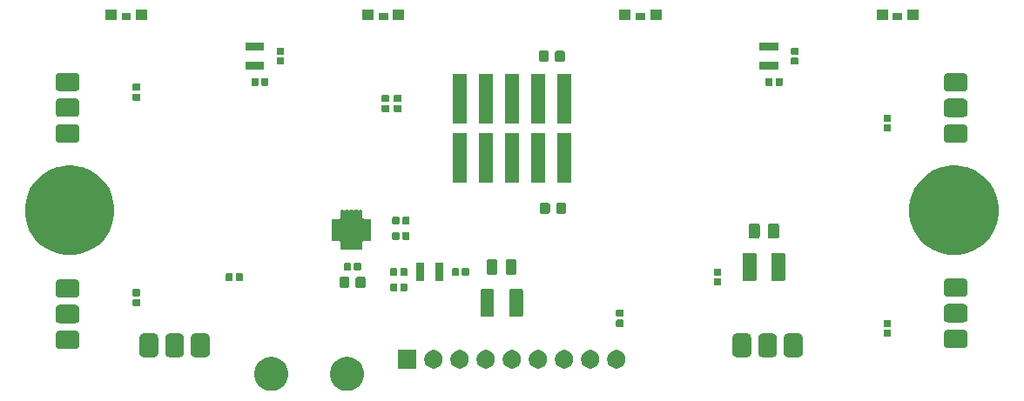
<source format=gbr>
G04 #@! TF.GenerationSoftware,KiCad,Pcbnew,5.1.6*
G04 #@! TF.CreationDate,2020-10-25T14:47:58-05:00*
G04 #@! TF.ProjectId,ddr-ps2-controller,6464722d-7073-4322-9d63-6f6e74726f6c,A*
G04 #@! TF.SameCoordinates,Original*
G04 #@! TF.FileFunction,Soldermask,Top*
G04 #@! TF.FilePolarity,Negative*
%FSLAX46Y46*%
G04 Gerber Fmt 4.6, Leading zero omitted, Abs format (unit mm)*
G04 Created by KiCad (PCBNEW 5.1.6) date 2020-10-25 14:47:58*
%MOMM*%
%LPD*%
G01*
G04 APERTURE LIST*
%ADD10C,0.100000*%
G04 APERTURE END LIST*
D10*
G36*
X134341256Y-114319298D02*
G01*
X134447579Y-114340447D01*
X134748042Y-114464903D01*
X135018451Y-114645585D01*
X135248415Y-114875549D01*
X135429097Y-115145958D01*
X135553553Y-115446421D01*
X135617000Y-115765391D01*
X135617000Y-116090609D01*
X135553553Y-116409579D01*
X135429097Y-116710042D01*
X135248415Y-116980451D01*
X135018451Y-117210415D01*
X134748042Y-117391097D01*
X134447579Y-117515553D01*
X134341256Y-117536702D01*
X134128611Y-117579000D01*
X133803389Y-117579000D01*
X133590744Y-117536702D01*
X133484421Y-117515553D01*
X133183958Y-117391097D01*
X132913549Y-117210415D01*
X132683585Y-116980451D01*
X132502903Y-116710042D01*
X132378447Y-116409579D01*
X132315000Y-116090609D01*
X132315000Y-115765391D01*
X132378447Y-115446421D01*
X132502903Y-115145958D01*
X132683585Y-114875549D01*
X132913549Y-114645585D01*
X133183958Y-114464903D01*
X133484421Y-114340447D01*
X133590744Y-114319298D01*
X133803389Y-114277000D01*
X134128611Y-114277000D01*
X134341256Y-114319298D01*
G37*
G36*
X126975256Y-114319298D02*
G01*
X127081579Y-114340447D01*
X127382042Y-114464903D01*
X127652451Y-114645585D01*
X127882415Y-114875549D01*
X128063097Y-115145958D01*
X128187553Y-115446421D01*
X128251000Y-115765391D01*
X128251000Y-116090609D01*
X128187553Y-116409579D01*
X128063097Y-116710042D01*
X127882415Y-116980451D01*
X127652451Y-117210415D01*
X127382042Y-117391097D01*
X127081579Y-117515553D01*
X126975256Y-117536702D01*
X126762611Y-117579000D01*
X126437389Y-117579000D01*
X126224744Y-117536702D01*
X126118421Y-117515553D01*
X125817958Y-117391097D01*
X125547549Y-117210415D01*
X125317585Y-116980451D01*
X125136903Y-116710042D01*
X125012447Y-116409579D01*
X124949000Y-116090609D01*
X124949000Y-115765391D01*
X125012447Y-115446421D01*
X125136903Y-115145958D01*
X125317585Y-114875549D01*
X125547549Y-114645585D01*
X125817958Y-114464903D01*
X126118421Y-114340447D01*
X126224744Y-114319298D01*
X126437389Y-114277000D01*
X126762611Y-114277000D01*
X126975256Y-114319298D01*
G37*
G36*
X142493512Y-113603927D02*
G01*
X142642812Y-113633624D01*
X142806784Y-113701544D01*
X142954354Y-113800147D01*
X143079853Y-113925646D01*
X143178456Y-114073216D01*
X143246376Y-114237188D01*
X143281000Y-114411259D01*
X143281000Y-114588741D01*
X143246376Y-114762812D01*
X143178456Y-114926784D01*
X143079853Y-115074354D01*
X142954354Y-115199853D01*
X142806784Y-115298456D01*
X142642812Y-115366376D01*
X142493512Y-115396073D01*
X142468742Y-115401000D01*
X142291258Y-115401000D01*
X142266488Y-115396073D01*
X142117188Y-115366376D01*
X141953216Y-115298456D01*
X141805646Y-115199853D01*
X141680147Y-115074354D01*
X141581544Y-114926784D01*
X141513624Y-114762812D01*
X141479000Y-114588741D01*
X141479000Y-114411259D01*
X141513624Y-114237188D01*
X141581544Y-114073216D01*
X141680147Y-113925646D01*
X141805646Y-113800147D01*
X141953216Y-113701544D01*
X142117188Y-113633624D01*
X142266488Y-113603927D01*
X142291258Y-113599000D01*
X142468742Y-113599000D01*
X142493512Y-113603927D01*
G37*
G36*
X145033512Y-113603927D02*
G01*
X145182812Y-113633624D01*
X145346784Y-113701544D01*
X145494354Y-113800147D01*
X145619853Y-113925646D01*
X145718456Y-114073216D01*
X145786376Y-114237188D01*
X145821000Y-114411259D01*
X145821000Y-114588741D01*
X145786376Y-114762812D01*
X145718456Y-114926784D01*
X145619853Y-115074354D01*
X145494354Y-115199853D01*
X145346784Y-115298456D01*
X145182812Y-115366376D01*
X145033512Y-115396073D01*
X145008742Y-115401000D01*
X144831258Y-115401000D01*
X144806488Y-115396073D01*
X144657188Y-115366376D01*
X144493216Y-115298456D01*
X144345646Y-115199853D01*
X144220147Y-115074354D01*
X144121544Y-114926784D01*
X144053624Y-114762812D01*
X144019000Y-114588741D01*
X144019000Y-114411259D01*
X144053624Y-114237188D01*
X144121544Y-114073216D01*
X144220147Y-113925646D01*
X144345646Y-113800147D01*
X144493216Y-113701544D01*
X144657188Y-113633624D01*
X144806488Y-113603927D01*
X144831258Y-113599000D01*
X145008742Y-113599000D01*
X145033512Y-113603927D01*
G37*
G36*
X147573512Y-113603927D02*
G01*
X147722812Y-113633624D01*
X147886784Y-113701544D01*
X148034354Y-113800147D01*
X148159853Y-113925646D01*
X148258456Y-114073216D01*
X148326376Y-114237188D01*
X148361000Y-114411259D01*
X148361000Y-114588741D01*
X148326376Y-114762812D01*
X148258456Y-114926784D01*
X148159853Y-115074354D01*
X148034354Y-115199853D01*
X147886784Y-115298456D01*
X147722812Y-115366376D01*
X147573512Y-115396073D01*
X147548742Y-115401000D01*
X147371258Y-115401000D01*
X147346488Y-115396073D01*
X147197188Y-115366376D01*
X147033216Y-115298456D01*
X146885646Y-115199853D01*
X146760147Y-115074354D01*
X146661544Y-114926784D01*
X146593624Y-114762812D01*
X146559000Y-114588741D01*
X146559000Y-114411259D01*
X146593624Y-114237188D01*
X146661544Y-114073216D01*
X146760147Y-113925646D01*
X146885646Y-113800147D01*
X147033216Y-113701544D01*
X147197188Y-113633624D01*
X147346488Y-113603927D01*
X147371258Y-113599000D01*
X147548742Y-113599000D01*
X147573512Y-113603927D01*
G37*
G36*
X150113512Y-113603927D02*
G01*
X150262812Y-113633624D01*
X150426784Y-113701544D01*
X150574354Y-113800147D01*
X150699853Y-113925646D01*
X150798456Y-114073216D01*
X150866376Y-114237188D01*
X150901000Y-114411259D01*
X150901000Y-114588741D01*
X150866376Y-114762812D01*
X150798456Y-114926784D01*
X150699853Y-115074354D01*
X150574354Y-115199853D01*
X150426784Y-115298456D01*
X150262812Y-115366376D01*
X150113512Y-115396073D01*
X150088742Y-115401000D01*
X149911258Y-115401000D01*
X149886488Y-115396073D01*
X149737188Y-115366376D01*
X149573216Y-115298456D01*
X149425646Y-115199853D01*
X149300147Y-115074354D01*
X149201544Y-114926784D01*
X149133624Y-114762812D01*
X149099000Y-114588741D01*
X149099000Y-114411259D01*
X149133624Y-114237188D01*
X149201544Y-114073216D01*
X149300147Y-113925646D01*
X149425646Y-113800147D01*
X149573216Y-113701544D01*
X149737188Y-113633624D01*
X149886488Y-113603927D01*
X149911258Y-113599000D01*
X150088742Y-113599000D01*
X150113512Y-113603927D01*
G37*
G36*
X152653512Y-113603927D02*
G01*
X152802812Y-113633624D01*
X152966784Y-113701544D01*
X153114354Y-113800147D01*
X153239853Y-113925646D01*
X153338456Y-114073216D01*
X153406376Y-114237188D01*
X153441000Y-114411259D01*
X153441000Y-114588741D01*
X153406376Y-114762812D01*
X153338456Y-114926784D01*
X153239853Y-115074354D01*
X153114354Y-115199853D01*
X152966784Y-115298456D01*
X152802812Y-115366376D01*
X152653512Y-115396073D01*
X152628742Y-115401000D01*
X152451258Y-115401000D01*
X152426488Y-115396073D01*
X152277188Y-115366376D01*
X152113216Y-115298456D01*
X151965646Y-115199853D01*
X151840147Y-115074354D01*
X151741544Y-114926784D01*
X151673624Y-114762812D01*
X151639000Y-114588741D01*
X151639000Y-114411259D01*
X151673624Y-114237188D01*
X151741544Y-114073216D01*
X151840147Y-113925646D01*
X151965646Y-113800147D01*
X152113216Y-113701544D01*
X152277188Y-113633624D01*
X152426488Y-113603927D01*
X152451258Y-113599000D01*
X152628742Y-113599000D01*
X152653512Y-113603927D01*
G37*
G36*
X155193512Y-113603927D02*
G01*
X155342812Y-113633624D01*
X155506784Y-113701544D01*
X155654354Y-113800147D01*
X155779853Y-113925646D01*
X155878456Y-114073216D01*
X155946376Y-114237188D01*
X155981000Y-114411259D01*
X155981000Y-114588741D01*
X155946376Y-114762812D01*
X155878456Y-114926784D01*
X155779853Y-115074354D01*
X155654354Y-115199853D01*
X155506784Y-115298456D01*
X155342812Y-115366376D01*
X155193512Y-115396073D01*
X155168742Y-115401000D01*
X154991258Y-115401000D01*
X154966488Y-115396073D01*
X154817188Y-115366376D01*
X154653216Y-115298456D01*
X154505646Y-115199853D01*
X154380147Y-115074354D01*
X154281544Y-114926784D01*
X154213624Y-114762812D01*
X154179000Y-114588741D01*
X154179000Y-114411259D01*
X154213624Y-114237188D01*
X154281544Y-114073216D01*
X154380147Y-113925646D01*
X154505646Y-113800147D01*
X154653216Y-113701544D01*
X154817188Y-113633624D01*
X154966488Y-113603927D01*
X154991258Y-113599000D01*
X155168742Y-113599000D01*
X155193512Y-113603927D01*
G37*
G36*
X157733512Y-113603927D02*
G01*
X157882812Y-113633624D01*
X158046784Y-113701544D01*
X158194354Y-113800147D01*
X158319853Y-113925646D01*
X158418456Y-114073216D01*
X158486376Y-114237188D01*
X158521000Y-114411259D01*
X158521000Y-114588741D01*
X158486376Y-114762812D01*
X158418456Y-114926784D01*
X158319853Y-115074354D01*
X158194354Y-115199853D01*
X158046784Y-115298456D01*
X157882812Y-115366376D01*
X157733512Y-115396073D01*
X157708742Y-115401000D01*
X157531258Y-115401000D01*
X157506488Y-115396073D01*
X157357188Y-115366376D01*
X157193216Y-115298456D01*
X157045646Y-115199853D01*
X156920147Y-115074354D01*
X156821544Y-114926784D01*
X156753624Y-114762812D01*
X156719000Y-114588741D01*
X156719000Y-114411259D01*
X156753624Y-114237188D01*
X156821544Y-114073216D01*
X156920147Y-113925646D01*
X157045646Y-113800147D01*
X157193216Y-113701544D01*
X157357188Y-113633624D01*
X157506488Y-113603927D01*
X157531258Y-113599000D01*
X157708742Y-113599000D01*
X157733512Y-113603927D01*
G37*
G36*
X160273512Y-113603927D02*
G01*
X160422812Y-113633624D01*
X160586784Y-113701544D01*
X160734354Y-113800147D01*
X160859853Y-113925646D01*
X160958456Y-114073216D01*
X161026376Y-114237188D01*
X161061000Y-114411259D01*
X161061000Y-114588741D01*
X161026376Y-114762812D01*
X160958456Y-114926784D01*
X160859853Y-115074354D01*
X160734354Y-115199853D01*
X160586784Y-115298456D01*
X160422812Y-115366376D01*
X160273512Y-115396073D01*
X160248742Y-115401000D01*
X160071258Y-115401000D01*
X160046488Y-115396073D01*
X159897188Y-115366376D01*
X159733216Y-115298456D01*
X159585646Y-115199853D01*
X159460147Y-115074354D01*
X159361544Y-114926784D01*
X159293624Y-114762812D01*
X159259000Y-114588741D01*
X159259000Y-114411259D01*
X159293624Y-114237188D01*
X159361544Y-114073216D01*
X159460147Y-113925646D01*
X159585646Y-113800147D01*
X159733216Y-113701544D01*
X159897188Y-113633624D01*
X160046488Y-113603927D01*
X160071258Y-113599000D01*
X160248742Y-113599000D01*
X160273512Y-113603927D01*
G37*
G36*
X140741000Y-115401000D02*
G01*
X138939000Y-115401000D01*
X138939000Y-113599000D01*
X140741000Y-113599000D01*
X140741000Y-115401000D01*
G37*
G36*
X115290578Y-111991048D02*
G01*
X115363249Y-112013093D01*
X115430225Y-112048892D01*
X115488930Y-112097070D01*
X115537108Y-112155775D01*
X115572907Y-112222751D01*
X115594952Y-112295422D01*
X115603000Y-112377140D01*
X115603000Y-113890860D01*
X115594952Y-113972578D01*
X115572907Y-114045249D01*
X115537108Y-114112225D01*
X115488930Y-114170930D01*
X115430225Y-114219108D01*
X115363249Y-114254907D01*
X115290578Y-114276952D01*
X115208860Y-114285000D01*
X114195140Y-114285000D01*
X114113422Y-114276952D01*
X114040751Y-114254907D01*
X113973775Y-114219108D01*
X113915070Y-114170930D01*
X113866892Y-114112225D01*
X113831093Y-114045249D01*
X113809048Y-113972578D01*
X113801000Y-113890860D01*
X113801000Y-112377140D01*
X113809048Y-112295422D01*
X113831093Y-112222751D01*
X113866892Y-112155775D01*
X113915070Y-112097070D01*
X113973775Y-112048892D01*
X114040751Y-112013093D01*
X114113422Y-111991048D01*
X114195140Y-111983000D01*
X115208860Y-111983000D01*
X115290578Y-111991048D01*
G37*
G36*
X117790578Y-111991048D02*
G01*
X117863249Y-112013093D01*
X117930225Y-112048892D01*
X117988930Y-112097070D01*
X118037108Y-112155775D01*
X118072907Y-112222751D01*
X118094952Y-112295422D01*
X118103000Y-112377140D01*
X118103000Y-113890860D01*
X118094952Y-113972578D01*
X118072907Y-114045249D01*
X118037108Y-114112225D01*
X117988930Y-114170930D01*
X117930225Y-114219108D01*
X117863249Y-114254907D01*
X117790578Y-114276952D01*
X117708860Y-114285000D01*
X116695140Y-114285000D01*
X116613422Y-114276952D01*
X116540751Y-114254907D01*
X116473775Y-114219108D01*
X116415070Y-114170930D01*
X116366892Y-114112225D01*
X116331093Y-114045249D01*
X116309048Y-113972578D01*
X116301000Y-113890860D01*
X116301000Y-112377140D01*
X116309048Y-112295422D01*
X116331093Y-112222751D01*
X116366892Y-112155775D01*
X116415070Y-112097070D01*
X116473775Y-112048892D01*
X116540751Y-112013093D01*
X116613422Y-111991048D01*
X116695140Y-111983000D01*
X117708860Y-111983000D01*
X117790578Y-111991048D01*
G37*
G36*
X177948578Y-111991048D02*
G01*
X178021249Y-112013093D01*
X178088225Y-112048892D01*
X178146930Y-112097070D01*
X178195108Y-112155775D01*
X178230907Y-112222751D01*
X178252952Y-112295422D01*
X178261000Y-112377140D01*
X178261000Y-113890860D01*
X178252952Y-113972578D01*
X178230907Y-114045249D01*
X178195108Y-114112225D01*
X178146930Y-114170930D01*
X178088225Y-114219108D01*
X178021249Y-114254907D01*
X177948578Y-114276952D01*
X177866860Y-114285000D01*
X176853140Y-114285000D01*
X176771422Y-114276952D01*
X176698751Y-114254907D01*
X176631775Y-114219108D01*
X176573070Y-114170930D01*
X176524892Y-114112225D01*
X176489093Y-114045249D01*
X176467048Y-113972578D01*
X176459000Y-113890860D01*
X176459000Y-112377140D01*
X176467048Y-112295422D01*
X176489093Y-112222751D01*
X176524892Y-112155775D01*
X176573070Y-112097070D01*
X176631775Y-112048892D01*
X176698751Y-112013093D01*
X176771422Y-111991048D01*
X176853140Y-111983000D01*
X177866860Y-111983000D01*
X177948578Y-111991048D01*
G37*
G36*
X175448578Y-111991048D02*
G01*
X175521249Y-112013093D01*
X175588225Y-112048892D01*
X175646930Y-112097070D01*
X175695108Y-112155775D01*
X175730907Y-112222751D01*
X175752952Y-112295422D01*
X175761000Y-112377140D01*
X175761000Y-113890860D01*
X175752952Y-113972578D01*
X175730907Y-114045249D01*
X175695108Y-114112225D01*
X175646930Y-114170930D01*
X175588225Y-114219108D01*
X175521249Y-114254907D01*
X175448578Y-114276952D01*
X175366860Y-114285000D01*
X174353140Y-114285000D01*
X174271422Y-114276952D01*
X174198751Y-114254907D01*
X174131775Y-114219108D01*
X174073070Y-114170930D01*
X174024892Y-114112225D01*
X173989093Y-114045249D01*
X173967048Y-113972578D01*
X173959000Y-113890860D01*
X173959000Y-112377140D01*
X173967048Y-112295422D01*
X173989093Y-112222751D01*
X174024892Y-112155775D01*
X174073070Y-112097070D01*
X174131775Y-112048892D01*
X174198751Y-112013093D01*
X174271422Y-111991048D01*
X174353140Y-111983000D01*
X175366860Y-111983000D01*
X175448578Y-111991048D01*
G37*
G36*
X172948578Y-111991048D02*
G01*
X173021249Y-112013093D01*
X173088225Y-112048892D01*
X173146930Y-112097070D01*
X173195108Y-112155775D01*
X173230907Y-112222751D01*
X173252952Y-112295422D01*
X173261000Y-112377140D01*
X173261000Y-113890860D01*
X173252952Y-113972578D01*
X173230907Y-114045249D01*
X173195108Y-114112225D01*
X173146930Y-114170930D01*
X173088225Y-114219108D01*
X173021249Y-114254907D01*
X172948578Y-114276952D01*
X172866860Y-114285000D01*
X171853140Y-114285000D01*
X171771422Y-114276952D01*
X171698751Y-114254907D01*
X171631775Y-114219108D01*
X171573070Y-114170930D01*
X171524892Y-114112225D01*
X171489093Y-114045249D01*
X171467048Y-113972578D01*
X171459000Y-113890860D01*
X171459000Y-112377140D01*
X171467048Y-112295422D01*
X171489093Y-112222751D01*
X171524892Y-112155775D01*
X171573070Y-112097070D01*
X171631775Y-112048892D01*
X171698751Y-112013093D01*
X171771422Y-111991048D01*
X171853140Y-111983000D01*
X172866860Y-111983000D01*
X172948578Y-111991048D01*
G37*
G36*
X120290578Y-111991048D02*
G01*
X120363249Y-112013093D01*
X120430225Y-112048892D01*
X120488930Y-112097070D01*
X120537108Y-112155775D01*
X120572907Y-112222751D01*
X120594952Y-112295422D01*
X120603000Y-112377140D01*
X120603000Y-113890860D01*
X120594952Y-113972578D01*
X120572907Y-114045249D01*
X120537108Y-114112225D01*
X120488930Y-114170930D01*
X120430225Y-114219108D01*
X120363249Y-114254907D01*
X120290578Y-114276952D01*
X120208860Y-114285000D01*
X119195140Y-114285000D01*
X119113422Y-114276952D01*
X119040751Y-114254907D01*
X118973775Y-114219108D01*
X118915070Y-114170930D01*
X118866892Y-114112225D01*
X118831093Y-114045249D01*
X118809048Y-113972578D01*
X118801000Y-113890860D01*
X118801000Y-112377140D01*
X118809048Y-112295422D01*
X118831093Y-112222751D01*
X118866892Y-112155775D01*
X118915070Y-112097070D01*
X118973775Y-112048892D01*
X119040751Y-112013093D01*
X119113422Y-111991048D01*
X119195140Y-111983000D01*
X120208860Y-111983000D01*
X120290578Y-111991048D01*
G37*
G36*
X107626578Y-111693048D02*
G01*
X107699249Y-111715093D01*
X107766225Y-111750892D01*
X107824930Y-111799070D01*
X107873108Y-111857775D01*
X107908907Y-111924751D01*
X107930952Y-111997422D01*
X107939000Y-112079140D01*
X107939000Y-113092860D01*
X107930952Y-113174578D01*
X107908907Y-113247249D01*
X107873108Y-113314225D01*
X107824930Y-113372930D01*
X107766225Y-113421108D01*
X107699249Y-113456907D01*
X107626578Y-113478952D01*
X107544860Y-113487000D01*
X106031140Y-113487000D01*
X105949422Y-113478952D01*
X105876751Y-113456907D01*
X105809775Y-113421108D01*
X105751070Y-113372930D01*
X105702892Y-113314225D01*
X105667093Y-113247249D01*
X105645048Y-113174578D01*
X105637000Y-113092860D01*
X105637000Y-112079140D01*
X105645048Y-111997422D01*
X105667093Y-111924751D01*
X105702892Y-111857775D01*
X105751070Y-111799070D01*
X105809775Y-111750892D01*
X105876751Y-111715093D01*
X105949422Y-111693048D01*
X106031140Y-111685000D01*
X107544860Y-111685000D01*
X107626578Y-111693048D01*
G37*
G36*
X193986578Y-111607048D02*
G01*
X194059249Y-111629093D01*
X194126225Y-111664892D01*
X194184930Y-111713070D01*
X194233108Y-111771775D01*
X194268907Y-111838751D01*
X194290952Y-111911422D01*
X194299000Y-111993140D01*
X194299000Y-113006860D01*
X194290952Y-113088578D01*
X194268907Y-113161249D01*
X194233108Y-113228225D01*
X194184930Y-113286930D01*
X194126225Y-113335108D01*
X194059249Y-113370907D01*
X193986578Y-113392952D01*
X193904860Y-113401000D01*
X192391140Y-113401000D01*
X192309422Y-113392952D01*
X192236751Y-113370907D01*
X192169775Y-113335108D01*
X192111070Y-113286930D01*
X192062892Y-113228225D01*
X192027093Y-113161249D01*
X192005048Y-113088578D01*
X191997000Y-113006860D01*
X191997000Y-111993140D01*
X192005048Y-111911422D01*
X192027093Y-111838751D01*
X192062892Y-111771775D01*
X192111070Y-111713070D01*
X192169775Y-111664892D01*
X192236751Y-111629093D01*
X192309422Y-111607048D01*
X192391140Y-111599000D01*
X193904860Y-111599000D01*
X193986578Y-111607048D01*
G37*
G36*
X186781938Y-111641716D02*
G01*
X186802557Y-111647971D01*
X186821553Y-111658124D01*
X186838208Y-111671792D01*
X186851876Y-111688447D01*
X186862029Y-111707443D01*
X186868284Y-111728062D01*
X186871000Y-111755640D01*
X186871000Y-112214360D01*
X186868284Y-112241938D01*
X186862029Y-112262557D01*
X186851876Y-112281553D01*
X186838208Y-112298208D01*
X186821553Y-112311876D01*
X186802557Y-112322029D01*
X186781938Y-112328284D01*
X186754360Y-112331000D01*
X186245640Y-112331000D01*
X186218062Y-112328284D01*
X186197443Y-112322029D01*
X186178447Y-112311876D01*
X186161792Y-112298208D01*
X186148124Y-112281553D01*
X186137971Y-112262557D01*
X186131716Y-112241938D01*
X186129000Y-112214360D01*
X186129000Y-111755640D01*
X186131716Y-111728062D01*
X186137971Y-111707443D01*
X186148124Y-111688447D01*
X186161792Y-111671792D01*
X186178447Y-111658124D01*
X186197443Y-111647971D01*
X186218062Y-111641716D01*
X186245640Y-111639000D01*
X186754360Y-111639000D01*
X186781938Y-111641716D01*
G37*
G36*
X186781938Y-110671716D02*
G01*
X186802557Y-110677971D01*
X186821553Y-110688124D01*
X186838208Y-110701792D01*
X186851876Y-110718447D01*
X186862029Y-110737443D01*
X186868284Y-110758062D01*
X186871000Y-110785640D01*
X186871000Y-111244360D01*
X186868284Y-111271938D01*
X186862029Y-111292557D01*
X186851876Y-111311553D01*
X186838208Y-111328208D01*
X186821553Y-111341876D01*
X186802557Y-111352029D01*
X186781938Y-111358284D01*
X186754360Y-111361000D01*
X186245640Y-111361000D01*
X186218062Y-111358284D01*
X186197443Y-111352029D01*
X186178447Y-111341876D01*
X186161792Y-111328208D01*
X186148124Y-111311553D01*
X186137971Y-111292557D01*
X186131716Y-111271938D01*
X186129000Y-111244360D01*
X186129000Y-110785640D01*
X186131716Y-110758062D01*
X186137971Y-110737443D01*
X186148124Y-110718447D01*
X186161792Y-110701792D01*
X186178447Y-110688124D01*
X186197443Y-110677971D01*
X186218062Y-110671716D01*
X186245640Y-110669000D01*
X186754360Y-110669000D01*
X186781938Y-110671716D01*
G37*
G36*
X160781938Y-110641716D02*
G01*
X160802557Y-110647971D01*
X160821553Y-110658124D01*
X160838208Y-110671792D01*
X160851876Y-110688447D01*
X160862029Y-110707443D01*
X160868284Y-110728062D01*
X160871000Y-110755640D01*
X160871000Y-111214360D01*
X160868284Y-111241938D01*
X160862029Y-111262557D01*
X160851876Y-111281553D01*
X160838208Y-111298208D01*
X160821553Y-111311876D01*
X160802557Y-111322029D01*
X160781938Y-111328284D01*
X160754360Y-111331000D01*
X160245640Y-111331000D01*
X160218062Y-111328284D01*
X160197443Y-111322029D01*
X160178447Y-111311876D01*
X160161792Y-111298208D01*
X160148124Y-111281553D01*
X160137971Y-111262557D01*
X160131716Y-111241938D01*
X160129000Y-111214360D01*
X160129000Y-110755640D01*
X160131716Y-110728062D01*
X160137971Y-110707443D01*
X160148124Y-110688447D01*
X160161792Y-110671792D01*
X160178447Y-110658124D01*
X160197443Y-110647971D01*
X160218062Y-110641716D01*
X160245640Y-110639000D01*
X160754360Y-110639000D01*
X160781938Y-110641716D01*
G37*
G36*
X107626578Y-109193048D02*
G01*
X107699249Y-109215093D01*
X107766225Y-109250892D01*
X107824930Y-109299070D01*
X107873108Y-109357775D01*
X107908907Y-109424751D01*
X107930952Y-109497422D01*
X107939000Y-109579140D01*
X107939000Y-110592860D01*
X107930952Y-110674578D01*
X107908907Y-110747249D01*
X107873108Y-110814225D01*
X107824930Y-110872930D01*
X107766225Y-110921108D01*
X107699249Y-110956907D01*
X107626578Y-110978952D01*
X107544860Y-110987000D01*
X106031140Y-110987000D01*
X105949422Y-110978952D01*
X105876751Y-110956907D01*
X105809775Y-110921108D01*
X105751070Y-110872930D01*
X105702892Y-110814225D01*
X105667093Y-110747249D01*
X105645048Y-110674578D01*
X105637000Y-110592860D01*
X105637000Y-109579140D01*
X105645048Y-109497422D01*
X105667093Y-109424751D01*
X105702892Y-109357775D01*
X105751070Y-109299070D01*
X105809775Y-109250892D01*
X105876751Y-109215093D01*
X105949422Y-109193048D01*
X106031140Y-109185000D01*
X107544860Y-109185000D01*
X107626578Y-109193048D01*
G37*
G36*
X193986578Y-109107048D02*
G01*
X194059249Y-109129093D01*
X194126225Y-109164892D01*
X194184930Y-109213070D01*
X194233108Y-109271775D01*
X194268907Y-109338751D01*
X194290952Y-109411422D01*
X194299000Y-109493140D01*
X194299000Y-110506860D01*
X194290952Y-110588578D01*
X194268907Y-110661249D01*
X194233108Y-110728225D01*
X194184930Y-110786930D01*
X194126225Y-110835108D01*
X194059249Y-110870907D01*
X193986578Y-110892952D01*
X193904860Y-110901000D01*
X192391140Y-110901000D01*
X192309422Y-110892952D01*
X192236751Y-110870907D01*
X192169775Y-110835108D01*
X192111070Y-110786930D01*
X192062892Y-110728225D01*
X192027093Y-110661249D01*
X192005048Y-110588578D01*
X191997000Y-110506860D01*
X191997000Y-109493140D01*
X192005048Y-109411422D01*
X192027093Y-109338751D01*
X192062892Y-109271775D01*
X192111070Y-109213070D01*
X192169775Y-109164892D01*
X192236751Y-109129093D01*
X192309422Y-109107048D01*
X192391140Y-109099000D01*
X193904860Y-109099000D01*
X193986578Y-109107048D01*
G37*
G36*
X148118604Y-107628347D02*
G01*
X148155144Y-107639432D01*
X148188821Y-107657433D01*
X148218341Y-107681659D01*
X148242567Y-107711179D01*
X148260568Y-107744856D01*
X148271653Y-107781396D01*
X148276000Y-107825538D01*
X148276000Y-110174462D01*
X148271653Y-110218604D01*
X148260568Y-110255144D01*
X148242567Y-110288821D01*
X148218341Y-110318341D01*
X148188821Y-110342567D01*
X148155144Y-110360568D01*
X148118604Y-110371653D01*
X148074462Y-110376000D01*
X147125538Y-110376000D01*
X147081396Y-110371653D01*
X147044856Y-110360568D01*
X147011179Y-110342567D01*
X146981659Y-110318341D01*
X146957433Y-110288821D01*
X146939432Y-110255144D01*
X146928347Y-110218604D01*
X146924000Y-110174462D01*
X146924000Y-107825538D01*
X146928347Y-107781396D01*
X146939432Y-107744856D01*
X146957433Y-107711179D01*
X146981659Y-107681659D01*
X147011179Y-107657433D01*
X147044856Y-107639432D01*
X147081396Y-107628347D01*
X147125538Y-107624000D01*
X148074462Y-107624000D01*
X148118604Y-107628347D01*
G37*
G36*
X150918604Y-107628347D02*
G01*
X150955144Y-107639432D01*
X150988821Y-107657433D01*
X151018341Y-107681659D01*
X151042567Y-107711179D01*
X151060568Y-107744856D01*
X151071653Y-107781396D01*
X151076000Y-107825538D01*
X151076000Y-110174462D01*
X151071653Y-110218604D01*
X151060568Y-110255144D01*
X151042567Y-110288821D01*
X151018341Y-110318341D01*
X150988821Y-110342567D01*
X150955144Y-110360568D01*
X150918604Y-110371653D01*
X150874462Y-110376000D01*
X149925538Y-110376000D01*
X149881396Y-110371653D01*
X149844856Y-110360568D01*
X149811179Y-110342567D01*
X149781659Y-110318341D01*
X149757433Y-110288821D01*
X149739432Y-110255144D01*
X149728347Y-110218604D01*
X149724000Y-110174462D01*
X149724000Y-107825538D01*
X149728347Y-107781396D01*
X149739432Y-107744856D01*
X149757433Y-107711179D01*
X149781659Y-107681659D01*
X149811179Y-107657433D01*
X149844856Y-107639432D01*
X149881396Y-107628347D01*
X149925538Y-107624000D01*
X150874462Y-107624000D01*
X150918604Y-107628347D01*
G37*
G36*
X160781938Y-109671716D02*
G01*
X160802557Y-109677971D01*
X160821553Y-109688124D01*
X160838208Y-109701792D01*
X160851876Y-109718447D01*
X160862029Y-109737443D01*
X160868284Y-109758062D01*
X160871000Y-109785640D01*
X160871000Y-110244360D01*
X160868284Y-110271938D01*
X160862029Y-110292557D01*
X160851876Y-110311553D01*
X160838208Y-110328208D01*
X160821553Y-110341876D01*
X160802557Y-110352029D01*
X160781938Y-110358284D01*
X160754360Y-110361000D01*
X160245640Y-110361000D01*
X160218062Y-110358284D01*
X160197443Y-110352029D01*
X160178447Y-110341876D01*
X160161792Y-110328208D01*
X160148124Y-110311553D01*
X160137971Y-110292557D01*
X160131716Y-110271938D01*
X160129000Y-110244360D01*
X160129000Y-109785640D01*
X160131716Y-109758062D01*
X160137971Y-109737443D01*
X160148124Y-109718447D01*
X160161792Y-109701792D01*
X160178447Y-109688124D01*
X160197443Y-109677971D01*
X160218062Y-109671716D01*
X160245640Y-109669000D01*
X160754360Y-109669000D01*
X160781938Y-109671716D01*
G37*
G36*
X113781938Y-108641716D02*
G01*
X113802557Y-108647971D01*
X113821553Y-108658124D01*
X113838208Y-108671792D01*
X113851876Y-108688447D01*
X113862029Y-108707443D01*
X113868284Y-108728062D01*
X113871000Y-108755640D01*
X113871000Y-109214360D01*
X113868284Y-109241938D01*
X113862029Y-109262557D01*
X113851876Y-109281553D01*
X113838208Y-109298208D01*
X113821553Y-109311876D01*
X113802557Y-109322029D01*
X113781938Y-109328284D01*
X113754360Y-109331000D01*
X113245640Y-109331000D01*
X113218062Y-109328284D01*
X113197443Y-109322029D01*
X113178447Y-109311876D01*
X113161792Y-109298208D01*
X113148124Y-109281553D01*
X113137971Y-109262557D01*
X113131716Y-109241938D01*
X113129000Y-109214360D01*
X113129000Y-108755640D01*
X113131716Y-108728062D01*
X113137971Y-108707443D01*
X113148124Y-108688447D01*
X113161792Y-108671792D01*
X113178447Y-108658124D01*
X113197443Y-108647971D01*
X113218062Y-108641716D01*
X113245640Y-108639000D01*
X113754360Y-108639000D01*
X113781938Y-108641716D01*
G37*
G36*
X107626578Y-106693048D02*
G01*
X107699249Y-106715093D01*
X107766225Y-106750892D01*
X107824930Y-106799070D01*
X107873108Y-106857775D01*
X107908907Y-106924751D01*
X107930952Y-106997422D01*
X107939000Y-107079140D01*
X107939000Y-108092860D01*
X107930952Y-108174578D01*
X107908907Y-108247249D01*
X107873108Y-108314225D01*
X107824930Y-108372930D01*
X107766225Y-108421108D01*
X107699249Y-108456907D01*
X107626578Y-108478952D01*
X107544860Y-108487000D01*
X106031140Y-108487000D01*
X105949422Y-108478952D01*
X105876751Y-108456907D01*
X105809775Y-108421108D01*
X105751070Y-108372930D01*
X105702892Y-108314225D01*
X105667093Y-108247249D01*
X105645048Y-108174578D01*
X105637000Y-108092860D01*
X105637000Y-107079140D01*
X105645048Y-106997422D01*
X105667093Y-106924751D01*
X105702892Y-106857775D01*
X105751070Y-106799070D01*
X105809775Y-106750892D01*
X105876751Y-106715093D01*
X105949422Y-106693048D01*
X106031140Y-106685000D01*
X107544860Y-106685000D01*
X107626578Y-106693048D01*
G37*
G36*
X193986578Y-106607048D02*
G01*
X194059249Y-106629093D01*
X194126225Y-106664892D01*
X194184930Y-106713070D01*
X194233108Y-106771775D01*
X194268907Y-106838751D01*
X194290952Y-106911422D01*
X194299000Y-106993140D01*
X194299000Y-108006860D01*
X194290952Y-108088578D01*
X194268907Y-108161249D01*
X194233108Y-108228225D01*
X194184930Y-108286930D01*
X194126225Y-108335108D01*
X194059249Y-108370907D01*
X193986578Y-108392952D01*
X193904860Y-108401000D01*
X192391140Y-108401000D01*
X192309422Y-108392952D01*
X192236751Y-108370907D01*
X192169775Y-108335108D01*
X192111070Y-108286930D01*
X192062892Y-108228225D01*
X192027093Y-108161249D01*
X192005048Y-108088578D01*
X191997000Y-108006860D01*
X191997000Y-106993140D01*
X192005048Y-106911422D01*
X192027093Y-106838751D01*
X192062892Y-106771775D01*
X192111070Y-106713070D01*
X192169775Y-106664892D01*
X192236751Y-106629093D01*
X192309422Y-106607048D01*
X192391140Y-106599000D01*
X193904860Y-106599000D01*
X193986578Y-106607048D01*
G37*
G36*
X113781938Y-107671716D02*
G01*
X113802557Y-107677971D01*
X113821553Y-107688124D01*
X113838208Y-107701792D01*
X113851876Y-107718447D01*
X113862029Y-107737443D01*
X113868284Y-107758062D01*
X113871000Y-107785640D01*
X113871000Y-108244360D01*
X113868284Y-108271938D01*
X113862029Y-108292557D01*
X113851876Y-108311553D01*
X113838208Y-108328208D01*
X113821553Y-108341876D01*
X113802557Y-108352029D01*
X113781938Y-108358284D01*
X113754360Y-108361000D01*
X113245640Y-108361000D01*
X113218062Y-108358284D01*
X113197443Y-108352029D01*
X113178447Y-108341876D01*
X113161792Y-108328208D01*
X113148124Y-108311553D01*
X113137971Y-108292557D01*
X113131716Y-108271938D01*
X113129000Y-108244360D01*
X113129000Y-107785640D01*
X113131716Y-107758062D01*
X113137971Y-107737443D01*
X113148124Y-107718447D01*
X113161792Y-107701792D01*
X113178447Y-107688124D01*
X113197443Y-107677971D01*
X113218062Y-107671716D01*
X113245640Y-107669000D01*
X113754360Y-107669000D01*
X113781938Y-107671716D01*
G37*
G36*
X138771938Y-107131716D02*
G01*
X138792557Y-107137971D01*
X138811553Y-107148124D01*
X138828208Y-107161792D01*
X138841876Y-107178447D01*
X138852029Y-107197443D01*
X138858284Y-107218062D01*
X138861000Y-107245640D01*
X138861000Y-107754360D01*
X138858284Y-107781938D01*
X138852029Y-107802557D01*
X138841876Y-107821553D01*
X138828208Y-107838208D01*
X138811553Y-107851876D01*
X138792557Y-107862029D01*
X138771938Y-107868284D01*
X138744360Y-107871000D01*
X138285640Y-107871000D01*
X138258062Y-107868284D01*
X138237443Y-107862029D01*
X138218447Y-107851876D01*
X138201792Y-107838208D01*
X138188124Y-107821553D01*
X138177971Y-107802557D01*
X138171716Y-107781938D01*
X138169000Y-107754360D01*
X138169000Y-107245640D01*
X138171716Y-107218062D01*
X138177971Y-107197443D01*
X138188124Y-107178447D01*
X138201792Y-107161792D01*
X138218447Y-107148124D01*
X138237443Y-107137971D01*
X138258062Y-107131716D01*
X138285640Y-107129000D01*
X138744360Y-107129000D01*
X138771938Y-107131716D01*
G37*
G36*
X139741938Y-107131716D02*
G01*
X139762557Y-107137971D01*
X139781553Y-107148124D01*
X139798208Y-107161792D01*
X139811876Y-107178447D01*
X139822029Y-107197443D01*
X139828284Y-107218062D01*
X139831000Y-107245640D01*
X139831000Y-107754360D01*
X139828284Y-107781938D01*
X139822029Y-107802557D01*
X139811876Y-107821553D01*
X139798208Y-107838208D01*
X139781553Y-107851876D01*
X139762557Y-107862029D01*
X139741938Y-107868284D01*
X139714360Y-107871000D01*
X139255640Y-107871000D01*
X139228062Y-107868284D01*
X139207443Y-107862029D01*
X139188447Y-107851876D01*
X139171792Y-107838208D01*
X139158124Y-107821553D01*
X139147971Y-107802557D01*
X139141716Y-107781938D01*
X139139000Y-107754360D01*
X139139000Y-107245640D01*
X139141716Y-107218062D01*
X139147971Y-107197443D01*
X139158124Y-107178447D01*
X139171792Y-107161792D01*
X139188447Y-107148124D01*
X139207443Y-107137971D01*
X139228062Y-107131716D01*
X139255640Y-107129000D01*
X139714360Y-107129000D01*
X139741938Y-107131716D01*
G37*
G36*
X134054591Y-106478085D02*
G01*
X134088569Y-106488393D01*
X134119890Y-106505134D01*
X134147339Y-106527661D01*
X134169866Y-106555110D01*
X134186607Y-106586431D01*
X134196915Y-106620409D01*
X134201000Y-106661890D01*
X134201000Y-107338110D01*
X134196915Y-107379591D01*
X134186607Y-107413569D01*
X134169866Y-107444890D01*
X134147339Y-107472339D01*
X134119890Y-107494866D01*
X134088569Y-107511607D01*
X134054591Y-107521915D01*
X134013110Y-107526000D01*
X133411890Y-107526000D01*
X133370409Y-107521915D01*
X133336431Y-107511607D01*
X133305110Y-107494866D01*
X133277661Y-107472339D01*
X133255134Y-107444890D01*
X133238393Y-107413569D01*
X133228085Y-107379591D01*
X133224000Y-107338110D01*
X133224000Y-106661890D01*
X133228085Y-106620409D01*
X133238393Y-106586431D01*
X133255134Y-106555110D01*
X133277661Y-106527661D01*
X133305110Y-106505134D01*
X133336431Y-106488393D01*
X133370409Y-106478085D01*
X133411890Y-106474000D01*
X134013110Y-106474000D01*
X134054591Y-106478085D01*
G37*
G36*
X135629591Y-106478085D02*
G01*
X135663569Y-106488393D01*
X135694890Y-106505134D01*
X135722339Y-106527661D01*
X135744866Y-106555110D01*
X135761607Y-106586431D01*
X135771915Y-106620409D01*
X135776000Y-106661890D01*
X135776000Y-107338110D01*
X135771915Y-107379591D01*
X135761607Y-107413569D01*
X135744866Y-107444890D01*
X135722339Y-107472339D01*
X135694890Y-107494866D01*
X135663569Y-107511607D01*
X135629591Y-107521915D01*
X135588110Y-107526000D01*
X134986890Y-107526000D01*
X134945409Y-107521915D01*
X134911431Y-107511607D01*
X134880110Y-107494866D01*
X134852661Y-107472339D01*
X134830134Y-107444890D01*
X134813393Y-107413569D01*
X134803085Y-107379591D01*
X134799000Y-107338110D01*
X134799000Y-106661890D01*
X134803085Y-106620409D01*
X134813393Y-106586431D01*
X134830134Y-106555110D01*
X134852661Y-106527661D01*
X134880110Y-106505134D01*
X134911431Y-106488393D01*
X134945409Y-106478085D01*
X134986890Y-106474000D01*
X135588110Y-106474000D01*
X135629591Y-106478085D01*
G37*
G36*
X170281938Y-106641716D02*
G01*
X170302557Y-106647971D01*
X170321553Y-106658124D01*
X170338208Y-106671792D01*
X170351876Y-106688447D01*
X170362029Y-106707443D01*
X170368284Y-106728062D01*
X170371000Y-106755640D01*
X170371000Y-107214360D01*
X170368284Y-107241938D01*
X170362029Y-107262557D01*
X170351876Y-107281553D01*
X170338208Y-107298208D01*
X170321553Y-107311876D01*
X170302557Y-107322029D01*
X170281938Y-107328284D01*
X170254360Y-107331000D01*
X169745640Y-107331000D01*
X169718062Y-107328284D01*
X169697443Y-107322029D01*
X169678447Y-107311876D01*
X169661792Y-107298208D01*
X169648124Y-107281553D01*
X169637971Y-107262557D01*
X169631716Y-107241938D01*
X169629000Y-107214360D01*
X169629000Y-106755640D01*
X169631716Y-106728062D01*
X169637971Y-106707443D01*
X169648124Y-106688447D01*
X169661792Y-106671792D01*
X169678447Y-106658124D01*
X169697443Y-106647971D01*
X169718062Y-106641716D01*
X169745640Y-106639000D01*
X170254360Y-106639000D01*
X170281938Y-106641716D01*
G37*
G36*
X143326000Y-106901000D02*
G01*
X142574000Y-106901000D01*
X142574000Y-105099000D01*
X143326000Y-105099000D01*
X143326000Y-106901000D01*
G37*
G36*
X141426000Y-106901000D02*
G01*
X140674000Y-106901000D01*
X140674000Y-105099000D01*
X141426000Y-105099000D01*
X141426000Y-106901000D01*
G37*
G36*
X173618604Y-104128347D02*
G01*
X173655144Y-104139432D01*
X173688821Y-104157433D01*
X173718341Y-104181659D01*
X173742567Y-104211179D01*
X173760568Y-104244856D01*
X173771653Y-104281396D01*
X173776000Y-104325538D01*
X173776000Y-106674462D01*
X173771653Y-106718604D01*
X173760568Y-106755144D01*
X173742567Y-106788821D01*
X173718341Y-106818341D01*
X173688821Y-106842567D01*
X173655144Y-106860568D01*
X173618604Y-106871653D01*
X173574462Y-106876000D01*
X172625538Y-106876000D01*
X172581396Y-106871653D01*
X172544856Y-106860568D01*
X172511179Y-106842567D01*
X172481659Y-106818341D01*
X172457433Y-106788821D01*
X172439432Y-106755144D01*
X172428347Y-106718604D01*
X172424000Y-106674462D01*
X172424000Y-104325538D01*
X172428347Y-104281396D01*
X172439432Y-104244856D01*
X172457433Y-104211179D01*
X172481659Y-104181659D01*
X172511179Y-104157433D01*
X172544856Y-104139432D01*
X172581396Y-104128347D01*
X172625538Y-104124000D01*
X173574462Y-104124000D01*
X173618604Y-104128347D01*
G37*
G36*
X176418604Y-104128347D02*
G01*
X176455144Y-104139432D01*
X176488821Y-104157433D01*
X176518341Y-104181659D01*
X176542567Y-104211179D01*
X176560568Y-104244856D01*
X176571653Y-104281396D01*
X176576000Y-104325538D01*
X176576000Y-106674462D01*
X176571653Y-106718604D01*
X176560568Y-106755144D01*
X176542567Y-106788821D01*
X176518341Y-106818341D01*
X176488821Y-106842567D01*
X176455144Y-106860568D01*
X176418604Y-106871653D01*
X176374462Y-106876000D01*
X175425538Y-106876000D01*
X175381396Y-106871653D01*
X175344856Y-106860568D01*
X175311179Y-106842567D01*
X175281659Y-106818341D01*
X175257433Y-106788821D01*
X175239432Y-106755144D01*
X175228347Y-106718604D01*
X175224000Y-106674462D01*
X175224000Y-104325538D01*
X175228347Y-104281396D01*
X175239432Y-104244856D01*
X175257433Y-104211179D01*
X175281659Y-104181659D01*
X175311179Y-104157433D01*
X175344856Y-104139432D01*
X175381396Y-104128347D01*
X175425538Y-104124000D01*
X176374462Y-104124000D01*
X176418604Y-104128347D01*
G37*
G36*
X123741938Y-106131716D02*
G01*
X123762557Y-106137971D01*
X123781553Y-106148124D01*
X123798208Y-106161792D01*
X123811876Y-106178447D01*
X123822029Y-106197443D01*
X123828284Y-106218062D01*
X123831000Y-106245640D01*
X123831000Y-106754360D01*
X123828284Y-106781938D01*
X123822029Y-106802557D01*
X123811876Y-106821553D01*
X123798208Y-106838208D01*
X123781553Y-106851876D01*
X123762557Y-106862029D01*
X123741938Y-106868284D01*
X123714360Y-106871000D01*
X123255640Y-106871000D01*
X123228062Y-106868284D01*
X123207443Y-106862029D01*
X123188447Y-106851876D01*
X123171792Y-106838208D01*
X123158124Y-106821553D01*
X123147971Y-106802557D01*
X123141716Y-106781938D01*
X123139000Y-106754360D01*
X123139000Y-106245640D01*
X123141716Y-106218062D01*
X123147971Y-106197443D01*
X123158124Y-106178447D01*
X123171792Y-106161792D01*
X123188447Y-106148124D01*
X123207443Y-106137971D01*
X123228062Y-106131716D01*
X123255640Y-106129000D01*
X123714360Y-106129000D01*
X123741938Y-106131716D01*
G37*
G36*
X122771938Y-106131716D02*
G01*
X122792557Y-106137971D01*
X122811553Y-106148124D01*
X122828208Y-106161792D01*
X122841876Y-106178447D01*
X122852029Y-106197443D01*
X122858284Y-106218062D01*
X122861000Y-106245640D01*
X122861000Y-106754360D01*
X122858284Y-106781938D01*
X122852029Y-106802557D01*
X122841876Y-106821553D01*
X122828208Y-106838208D01*
X122811553Y-106851876D01*
X122792557Y-106862029D01*
X122771938Y-106868284D01*
X122744360Y-106871000D01*
X122285640Y-106871000D01*
X122258062Y-106868284D01*
X122237443Y-106862029D01*
X122218447Y-106851876D01*
X122201792Y-106838208D01*
X122188124Y-106821553D01*
X122177971Y-106802557D01*
X122171716Y-106781938D01*
X122169000Y-106754360D01*
X122169000Y-106245640D01*
X122171716Y-106218062D01*
X122177971Y-106197443D01*
X122188124Y-106178447D01*
X122201792Y-106161792D01*
X122218447Y-106148124D01*
X122237443Y-106137971D01*
X122258062Y-106131716D01*
X122285640Y-106129000D01*
X122744360Y-106129000D01*
X122771938Y-106131716D01*
G37*
G36*
X144771938Y-105631716D02*
G01*
X144792557Y-105637971D01*
X144811553Y-105648124D01*
X144828208Y-105661792D01*
X144841876Y-105678447D01*
X144852029Y-105697443D01*
X144858284Y-105718062D01*
X144861000Y-105745640D01*
X144861000Y-106254360D01*
X144858284Y-106281938D01*
X144852029Y-106302557D01*
X144841876Y-106321553D01*
X144828208Y-106338208D01*
X144811553Y-106351876D01*
X144792557Y-106362029D01*
X144771938Y-106368284D01*
X144744360Y-106371000D01*
X144285640Y-106371000D01*
X144258062Y-106368284D01*
X144237443Y-106362029D01*
X144218447Y-106351876D01*
X144201792Y-106338208D01*
X144188124Y-106321553D01*
X144177971Y-106302557D01*
X144171716Y-106281938D01*
X144169000Y-106254360D01*
X144169000Y-105745640D01*
X144171716Y-105718062D01*
X144177971Y-105697443D01*
X144188124Y-105678447D01*
X144201792Y-105661792D01*
X144218447Y-105648124D01*
X144237443Y-105637971D01*
X144258062Y-105631716D01*
X144285640Y-105629000D01*
X144744360Y-105629000D01*
X144771938Y-105631716D01*
G37*
G36*
X145741938Y-105631716D02*
G01*
X145762557Y-105637971D01*
X145781553Y-105648124D01*
X145798208Y-105661792D01*
X145811876Y-105678447D01*
X145822029Y-105697443D01*
X145828284Y-105718062D01*
X145831000Y-105745640D01*
X145831000Y-106254360D01*
X145828284Y-106281938D01*
X145822029Y-106302557D01*
X145811876Y-106321553D01*
X145798208Y-106338208D01*
X145781553Y-106351876D01*
X145762557Y-106362029D01*
X145741938Y-106368284D01*
X145714360Y-106371000D01*
X145255640Y-106371000D01*
X145228062Y-106368284D01*
X145207443Y-106362029D01*
X145188447Y-106351876D01*
X145171792Y-106338208D01*
X145158124Y-106321553D01*
X145147971Y-106302557D01*
X145141716Y-106281938D01*
X145139000Y-106254360D01*
X145139000Y-105745640D01*
X145141716Y-105718062D01*
X145147971Y-105697443D01*
X145158124Y-105678447D01*
X145171792Y-105661792D01*
X145188447Y-105648124D01*
X145207443Y-105637971D01*
X145228062Y-105631716D01*
X145255640Y-105629000D01*
X145714360Y-105629000D01*
X145741938Y-105631716D01*
G37*
G36*
X139741938Y-105631716D02*
G01*
X139762557Y-105637971D01*
X139781553Y-105648124D01*
X139798208Y-105661792D01*
X139811876Y-105678447D01*
X139822029Y-105697443D01*
X139828284Y-105718062D01*
X139831000Y-105745640D01*
X139831000Y-106254360D01*
X139828284Y-106281938D01*
X139822029Y-106302557D01*
X139811876Y-106321553D01*
X139798208Y-106338208D01*
X139781553Y-106351876D01*
X139762557Y-106362029D01*
X139741938Y-106368284D01*
X139714360Y-106371000D01*
X139255640Y-106371000D01*
X139228062Y-106368284D01*
X139207443Y-106362029D01*
X139188447Y-106351876D01*
X139171792Y-106338208D01*
X139158124Y-106321553D01*
X139147971Y-106302557D01*
X139141716Y-106281938D01*
X139139000Y-106254360D01*
X139139000Y-105745640D01*
X139141716Y-105718062D01*
X139147971Y-105697443D01*
X139158124Y-105678447D01*
X139171792Y-105661792D01*
X139188447Y-105648124D01*
X139207443Y-105637971D01*
X139228062Y-105631716D01*
X139255640Y-105629000D01*
X139714360Y-105629000D01*
X139741938Y-105631716D01*
G37*
G36*
X138771938Y-105631716D02*
G01*
X138792557Y-105637971D01*
X138811553Y-105648124D01*
X138828208Y-105661792D01*
X138841876Y-105678447D01*
X138852029Y-105697443D01*
X138858284Y-105718062D01*
X138861000Y-105745640D01*
X138861000Y-106254360D01*
X138858284Y-106281938D01*
X138852029Y-106302557D01*
X138841876Y-106321553D01*
X138828208Y-106338208D01*
X138811553Y-106351876D01*
X138792557Y-106362029D01*
X138771938Y-106368284D01*
X138744360Y-106371000D01*
X138285640Y-106371000D01*
X138258062Y-106368284D01*
X138237443Y-106362029D01*
X138218447Y-106351876D01*
X138201792Y-106338208D01*
X138188124Y-106321553D01*
X138177971Y-106302557D01*
X138171716Y-106281938D01*
X138169000Y-106254360D01*
X138169000Y-105745640D01*
X138171716Y-105718062D01*
X138177971Y-105697443D01*
X138188124Y-105678447D01*
X138201792Y-105661792D01*
X138218447Y-105648124D01*
X138237443Y-105637971D01*
X138258062Y-105631716D01*
X138285640Y-105629000D01*
X138744360Y-105629000D01*
X138771938Y-105631716D01*
G37*
G36*
X170281938Y-105671716D02*
G01*
X170302557Y-105677971D01*
X170321553Y-105688124D01*
X170338208Y-105701792D01*
X170351876Y-105718447D01*
X170362029Y-105737443D01*
X170368284Y-105758062D01*
X170371000Y-105785640D01*
X170371000Y-106244360D01*
X170368284Y-106271938D01*
X170362029Y-106292557D01*
X170351876Y-106311553D01*
X170338208Y-106328208D01*
X170321553Y-106341876D01*
X170302557Y-106352029D01*
X170281938Y-106358284D01*
X170254360Y-106361000D01*
X169745640Y-106361000D01*
X169718062Y-106358284D01*
X169697443Y-106352029D01*
X169678447Y-106341876D01*
X169661792Y-106328208D01*
X169648124Y-106311553D01*
X169637971Y-106292557D01*
X169631716Y-106271938D01*
X169629000Y-106244360D01*
X169629000Y-105785640D01*
X169631716Y-105758062D01*
X169637971Y-105737443D01*
X169648124Y-105718447D01*
X169661792Y-105701792D01*
X169678447Y-105688124D01*
X169697443Y-105677971D01*
X169718062Y-105671716D01*
X169745640Y-105669000D01*
X170254360Y-105669000D01*
X170281938Y-105671716D01*
G37*
G36*
X148434468Y-104753565D02*
G01*
X148473138Y-104765296D01*
X148508777Y-104784346D01*
X148540017Y-104809983D01*
X148565654Y-104841223D01*
X148584704Y-104876862D01*
X148596435Y-104915532D01*
X148601000Y-104961888D01*
X148601000Y-106038112D01*
X148596435Y-106084468D01*
X148584704Y-106123138D01*
X148565654Y-106158777D01*
X148540017Y-106190017D01*
X148508777Y-106215654D01*
X148473138Y-106234704D01*
X148434468Y-106246435D01*
X148388112Y-106251000D01*
X147736888Y-106251000D01*
X147690532Y-106246435D01*
X147651862Y-106234704D01*
X147616223Y-106215654D01*
X147584983Y-106190017D01*
X147559346Y-106158777D01*
X147540296Y-106123138D01*
X147528565Y-106084468D01*
X147524000Y-106038112D01*
X147524000Y-104961888D01*
X147528565Y-104915532D01*
X147540296Y-104876862D01*
X147559346Y-104841223D01*
X147584983Y-104809983D01*
X147616223Y-104784346D01*
X147651862Y-104765296D01*
X147690532Y-104753565D01*
X147736888Y-104749000D01*
X148388112Y-104749000D01*
X148434468Y-104753565D01*
G37*
G36*
X150309468Y-104753565D02*
G01*
X150348138Y-104765296D01*
X150383777Y-104784346D01*
X150415017Y-104809983D01*
X150440654Y-104841223D01*
X150459704Y-104876862D01*
X150471435Y-104915532D01*
X150476000Y-104961888D01*
X150476000Y-106038112D01*
X150471435Y-106084468D01*
X150459704Y-106123138D01*
X150440654Y-106158777D01*
X150415017Y-106190017D01*
X150383777Y-106215654D01*
X150348138Y-106234704D01*
X150309468Y-106246435D01*
X150263112Y-106251000D01*
X149611888Y-106251000D01*
X149565532Y-106246435D01*
X149526862Y-106234704D01*
X149491223Y-106215654D01*
X149459983Y-106190017D01*
X149434346Y-106158777D01*
X149415296Y-106123138D01*
X149403565Y-106084468D01*
X149399000Y-106038112D01*
X149399000Y-104961888D01*
X149403565Y-104915532D01*
X149415296Y-104876862D01*
X149434346Y-104841223D01*
X149459983Y-104809983D01*
X149491223Y-104784346D01*
X149526862Y-104765296D01*
X149565532Y-104753565D01*
X149611888Y-104749000D01*
X150263112Y-104749000D01*
X150309468Y-104753565D01*
G37*
G36*
X134271938Y-105131716D02*
G01*
X134292557Y-105137971D01*
X134311553Y-105148124D01*
X134328208Y-105161792D01*
X134341876Y-105178447D01*
X134352029Y-105197443D01*
X134358284Y-105218062D01*
X134361000Y-105245640D01*
X134361000Y-105754360D01*
X134358284Y-105781938D01*
X134352029Y-105802557D01*
X134341876Y-105821553D01*
X134328208Y-105838208D01*
X134311553Y-105851876D01*
X134292557Y-105862029D01*
X134271938Y-105868284D01*
X134244360Y-105871000D01*
X133785640Y-105871000D01*
X133758062Y-105868284D01*
X133737443Y-105862029D01*
X133718447Y-105851876D01*
X133701792Y-105838208D01*
X133688124Y-105821553D01*
X133677971Y-105802557D01*
X133671716Y-105781938D01*
X133669000Y-105754360D01*
X133669000Y-105245640D01*
X133671716Y-105218062D01*
X133677971Y-105197443D01*
X133688124Y-105178447D01*
X133701792Y-105161792D01*
X133718447Y-105148124D01*
X133737443Y-105137971D01*
X133758062Y-105131716D01*
X133785640Y-105129000D01*
X134244360Y-105129000D01*
X134271938Y-105131716D01*
G37*
G36*
X135241938Y-105131716D02*
G01*
X135262557Y-105137971D01*
X135281553Y-105148124D01*
X135298208Y-105161792D01*
X135311876Y-105178447D01*
X135322029Y-105197443D01*
X135328284Y-105218062D01*
X135331000Y-105245640D01*
X135331000Y-105754360D01*
X135328284Y-105781938D01*
X135322029Y-105802557D01*
X135311876Y-105821553D01*
X135298208Y-105838208D01*
X135281553Y-105851876D01*
X135262557Y-105862029D01*
X135241938Y-105868284D01*
X135214360Y-105871000D01*
X134755640Y-105871000D01*
X134728062Y-105868284D01*
X134707443Y-105862029D01*
X134688447Y-105851876D01*
X134671792Y-105838208D01*
X134658124Y-105821553D01*
X134647971Y-105802557D01*
X134641716Y-105781938D01*
X134639000Y-105754360D01*
X134639000Y-105245640D01*
X134641716Y-105218062D01*
X134647971Y-105197443D01*
X134658124Y-105178447D01*
X134671792Y-105161792D01*
X134688447Y-105148124D01*
X134707443Y-105137971D01*
X134728062Y-105131716D01*
X134755640Y-105129000D01*
X135214360Y-105129000D01*
X135241938Y-105131716D01*
G37*
G36*
X107548156Y-95672794D02*
G01*
X108269140Y-95816206D01*
X109060972Y-96144193D01*
X109773601Y-96620357D01*
X110379643Y-97226399D01*
X110855807Y-97939028D01*
X111183794Y-98730860D01*
X111351000Y-99571464D01*
X111351000Y-100428536D01*
X111183794Y-101269140D01*
X110855807Y-102060972D01*
X110379643Y-102773601D01*
X109773601Y-103379643D01*
X109060972Y-103855807D01*
X108269140Y-104183794D01*
X107548156Y-104327206D01*
X107428537Y-104351000D01*
X106571463Y-104351000D01*
X106451844Y-104327206D01*
X105730860Y-104183794D01*
X104939028Y-103855807D01*
X104226399Y-103379643D01*
X103620357Y-102773601D01*
X103144193Y-102060972D01*
X102816206Y-101269140D01*
X102649000Y-100428536D01*
X102649000Y-99571464D01*
X102816206Y-98730860D01*
X103144193Y-97939028D01*
X103620357Y-97226399D01*
X104226399Y-96620357D01*
X104939028Y-96144193D01*
X105730860Y-95816206D01*
X106451844Y-95672794D01*
X106571463Y-95649000D01*
X107428537Y-95649000D01*
X107548156Y-95672794D01*
G37*
G36*
X193548156Y-95672794D02*
G01*
X194269140Y-95816206D01*
X195060972Y-96144193D01*
X195773601Y-96620357D01*
X196379643Y-97226399D01*
X196855807Y-97939028D01*
X197183794Y-98730860D01*
X197351000Y-99571464D01*
X197351000Y-100428536D01*
X197183794Y-101269140D01*
X196855807Y-102060972D01*
X196379643Y-102773601D01*
X195773601Y-103379643D01*
X195060972Y-103855807D01*
X194269140Y-104183794D01*
X193548156Y-104327206D01*
X193428537Y-104351000D01*
X192571463Y-104351000D01*
X192451844Y-104327206D01*
X191730860Y-104183794D01*
X190939028Y-103855807D01*
X190226399Y-103379643D01*
X189620357Y-102773601D01*
X189144193Y-102060972D01*
X188816206Y-101269140D01*
X188649000Y-100428536D01*
X188649000Y-99571464D01*
X188816206Y-98730860D01*
X189144193Y-97939028D01*
X189620357Y-97226399D01*
X190226399Y-96620357D01*
X190939028Y-96144193D01*
X191730860Y-95816206D01*
X192451844Y-95672794D01*
X192571463Y-95649000D01*
X193428537Y-95649000D01*
X193548156Y-95672794D01*
G37*
G36*
X133583126Y-99973698D02*
G01*
X133583730Y-99973757D01*
X133604460Y-99977881D01*
X133622842Y-99985495D01*
X133631013Y-99990955D01*
X133652623Y-100002506D01*
X133676072Y-100009620D01*
X133700458Y-100012023D01*
X133724844Y-100009622D01*
X133748293Y-100002510D01*
X133769904Y-99990959D01*
X133779761Y-99983649D01*
X133785670Y-99978800D01*
X133789971Y-99976501D01*
X133794645Y-99975083D01*
X133805641Y-99974000D01*
X134094359Y-99974000D01*
X134105355Y-99975083D01*
X134110029Y-99976501D01*
X134116076Y-99979733D01*
X134138715Y-99989111D01*
X134162748Y-99993891D01*
X134187252Y-99993891D01*
X134211285Y-99989111D01*
X134233924Y-99979733D01*
X134239971Y-99976501D01*
X134244645Y-99975083D01*
X134255641Y-99974000D01*
X134544359Y-99974000D01*
X134555355Y-99975083D01*
X134560029Y-99976501D01*
X134566076Y-99979733D01*
X134588715Y-99989111D01*
X134612748Y-99993891D01*
X134637252Y-99993891D01*
X134661285Y-99989111D01*
X134683924Y-99979733D01*
X134689971Y-99976501D01*
X134694645Y-99975083D01*
X134705641Y-99974000D01*
X134994359Y-99974000D01*
X135005355Y-99975083D01*
X135010029Y-99976501D01*
X135014330Y-99978800D01*
X135020239Y-99983649D01*
X135040614Y-99997263D01*
X135063253Y-100006641D01*
X135087286Y-100011421D01*
X135111790Y-100011421D01*
X135135823Y-100006641D01*
X135158462Y-99997263D01*
X135168987Y-99990955D01*
X135177158Y-99985495D01*
X135195540Y-99977881D01*
X135216270Y-99973757D01*
X135216874Y-99973698D01*
X135228062Y-99973148D01*
X135371938Y-99973148D01*
X135383126Y-99973698D01*
X135383730Y-99973757D01*
X135404460Y-99977881D01*
X135422842Y-99985495D01*
X135439386Y-99996550D01*
X135453450Y-100010614D01*
X135464505Y-100027158D01*
X135472119Y-100045540D01*
X135476243Y-100066270D01*
X135476302Y-100066874D01*
X135476852Y-100078062D01*
X135476852Y-100698149D01*
X135479254Y-100722535D01*
X135486367Y-100745984D01*
X135497918Y-100767595D01*
X135513463Y-100786537D01*
X135532405Y-100802082D01*
X135554016Y-100813633D01*
X135577465Y-100820746D01*
X135601851Y-100823148D01*
X136221938Y-100823148D01*
X136233126Y-100823698D01*
X136233730Y-100823757D01*
X136254460Y-100827881D01*
X136272842Y-100835495D01*
X136289386Y-100846550D01*
X136303450Y-100860614D01*
X136314505Y-100877158D01*
X136322119Y-100895540D01*
X136326243Y-100916270D01*
X136326302Y-100916874D01*
X136326852Y-100928062D01*
X136326852Y-101071938D01*
X136326302Y-101083126D01*
X136326243Y-101083730D01*
X136322119Y-101104460D01*
X136314505Y-101122842D01*
X136309045Y-101131013D01*
X136297494Y-101152623D01*
X136290380Y-101176072D01*
X136287977Y-101200458D01*
X136290378Y-101224844D01*
X136297490Y-101248293D01*
X136309041Y-101269904D01*
X136316351Y-101279761D01*
X136321200Y-101285670D01*
X136323499Y-101289971D01*
X136324917Y-101294645D01*
X136326000Y-101305641D01*
X136326000Y-101594359D01*
X136324917Y-101605355D01*
X136323499Y-101610029D01*
X136320267Y-101616076D01*
X136310889Y-101638715D01*
X136306109Y-101662748D01*
X136306109Y-101687252D01*
X136310889Y-101711285D01*
X136320267Y-101733924D01*
X136323499Y-101739971D01*
X136324917Y-101744645D01*
X136326000Y-101755641D01*
X136326000Y-102044359D01*
X136324917Y-102055355D01*
X136323499Y-102060029D01*
X136320267Y-102066076D01*
X136310889Y-102088715D01*
X136306109Y-102112748D01*
X136306109Y-102137252D01*
X136310889Y-102161285D01*
X136320267Y-102183924D01*
X136323499Y-102189971D01*
X136324917Y-102194645D01*
X136326000Y-102205641D01*
X136326000Y-102494359D01*
X136324917Y-102505355D01*
X136323499Y-102510029D01*
X136321200Y-102514330D01*
X136316351Y-102520239D01*
X136302737Y-102540614D01*
X136293359Y-102563253D01*
X136288579Y-102587286D01*
X136288579Y-102611790D01*
X136293359Y-102635823D01*
X136302737Y-102658462D01*
X136309045Y-102668987D01*
X136314505Y-102677158D01*
X136322119Y-102695540D01*
X136326243Y-102716270D01*
X136326302Y-102716874D01*
X136326852Y-102728062D01*
X136326852Y-102871938D01*
X136326302Y-102883126D01*
X136326243Y-102883730D01*
X136322119Y-102904460D01*
X136314505Y-102922842D01*
X136303450Y-102939386D01*
X136289386Y-102953450D01*
X136272842Y-102964505D01*
X136254460Y-102972119D01*
X136233730Y-102976243D01*
X136233126Y-102976302D01*
X136221938Y-102976852D01*
X135601851Y-102976852D01*
X135577465Y-102979254D01*
X135554016Y-102986367D01*
X135532405Y-102997918D01*
X135513463Y-103013463D01*
X135497918Y-103032405D01*
X135486367Y-103054016D01*
X135479254Y-103077465D01*
X135476852Y-103101851D01*
X135476852Y-103721938D01*
X135476302Y-103733126D01*
X135476243Y-103733730D01*
X135472119Y-103754460D01*
X135464505Y-103772842D01*
X135453450Y-103789386D01*
X135439386Y-103803450D01*
X135422842Y-103814505D01*
X135404460Y-103822119D01*
X135383730Y-103826243D01*
X135383126Y-103826302D01*
X135371938Y-103826852D01*
X135228062Y-103826852D01*
X135216874Y-103826302D01*
X135216270Y-103826243D01*
X135195540Y-103822119D01*
X135177158Y-103814505D01*
X135168987Y-103809045D01*
X135147377Y-103797494D01*
X135123928Y-103790380D01*
X135099542Y-103787977D01*
X135075156Y-103790378D01*
X135051707Y-103797490D01*
X135030096Y-103809041D01*
X135020239Y-103816351D01*
X135014330Y-103821200D01*
X135010029Y-103823499D01*
X135005355Y-103824917D01*
X134994359Y-103826000D01*
X134705641Y-103826000D01*
X134694645Y-103824917D01*
X134689971Y-103823499D01*
X134683924Y-103820267D01*
X134661285Y-103810889D01*
X134637252Y-103806109D01*
X134612748Y-103806109D01*
X134588715Y-103810889D01*
X134566076Y-103820267D01*
X134560029Y-103823499D01*
X134555355Y-103824917D01*
X134544359Y-103826000D01*
X134255641Y-103826000D01*
X134244645Y-103824917D01*
X134239971Y-103823499D01*
X134233924Y-103820267D01*
X134211285Y-103810889D01*
X134187252Y-103806109D01*
X134162748Y-103806109D01*
X134138715Y-103810889D01*
X134116076Y-103820267D01*
X134110029Y-103823499D01*
X134105355Y-103824917D01*
X134094359Y-103826000D01*
X133805641Y-103826000D01*
X133794645Y-103824917D01*
X133789971Y-103823499D01*
X133785670Y-103821200D01*
X133779761Y-103816351D01*
X133759386Y-103802737D01*
X133736747Y-103793359D01*
X133712714Y-103788579D01*
X133688210Y-103788579D01*
X133664177Y-103793359D01*
X133641538Y-103802737D01*
X133631013Y-103809045D01*
X133622842Y-103814505D01*
X133604460Y-103822119D01*
X133583730Y-103826243D01*
X133583126Y-103826302D01*
X133571938Y-103826852D01*
X133428062Y-103826852D01*
X133416874Y-103826302D01*
X133416270Y-103826243D01*
X133395540Y-103822119D01*
X133377158Y-103814505D01*
X133360614Y-103803450D01*
X133346550Y-103789386D01*
X133335495Y-103772842D01*
X133327881Y-103754460D01*
X133323757Y-103733730D01*
X133323698Y-103733126D01*
X133323148Y-103721938D01*
X133323148Y-103101851D01*
X133320746Y-103077465D01*
X133313633Y-103054016D01*
X133302082Y-103032405D01*
X133286537Y-103013463D01*
X133267595Y-102997918D01*
X133245984Y-102986367D01*
X133222535Y-102979254D01*
X133198149Y-102976852D01*
X132578062Y-102976852D01*
X132566874Y-102976302D01*
X132566270Y-102976243D01*
X132545540Y-102972119D01*
X132527158Y-102964505D01*
X132510614Y-102953450D01*
X132496550Y-102939386D01*
X132485495Y-102922842D01*
X132477881Y-102904460D01*
X132473757Y-102883730D01*
X132473698Y-102883126D01*
X132473148Y-102871938D01*
X132473148Y-102728062D01*
X132473698Y-102716874D01*
X132473757Y-102716270D01*
X132477881Y-102695540D01*
X132485495Y-102677158D01*
X132490955Y-102668987D01*
X132502506Y-102647377D01*
X132509620Y-102623928D01*
X132512023Y-102599542D01*
X132509622Y-102575156D01*
X132502510Y-102551707D01*
X132490959Y-102530096D01*
X132483649Y-102520239D01*
X132478800Y-102514330D01*
X132476501Y-102510029D01*
X132475083Y-102505355D01*
X132474000Y-102494359D01*
X132474000Y-102205641D01*
X132475083Y-102194645D01*
X132476501Y-102189971D01*
X132479733Y-102183924D01*
X132489111Y-102161285D01*
X132493891Y-102137252D01*
X132493891Y-102112748D01*
X132489111Y-102088715D01*
X132479733Y-102066076D01*
X132476501Y-102060029D01*
X132475083Y-102055355D01*
X132474000Y-102044359D01*
X132474000Y-101755641D01*
X132475083Y-101744645D01*
X132476501Y-101739971D01*
X132479733Y-101733924D01*
X132489111Y-101711285D01*
X132493891Y-101687252D01*
X132493891Y-101662748D01*
X132489111Y-101638715D01*
X132479733Y-101616076D01*
X132476501Y-101610029D01*
X132475083Y-101605355D01*
X132474000Y-101594359D01*
X132474000Y-101305641D01*
X132475083Y-101294645D01*
X132476501Y-101289971D01*
X132478800Y-101285670D01*
X132483649Y-101279761D01*
X132497263Y-101259386D01*
X132506641Y-101236747D01*
X132511421Y-101212714D01*
X132511421Y-101188210D01*
X132506641Y-101164177D01*
X132497263Y-101141538D01*
X132490955Y-101131013D01*
X132485495Y-101122842D01*
X132477881Y-101104460D01*
X132473757Y-101083730D01*
X132473698Y-101083126D01*
X132473148Y-101071938D01*
X132473148Y-100928062D01*
X132473698Y-100916874D01*
X132473757Y-100916270D01*
X132477881Y-100895540D01*
X132485495Y-100877158D01*
X132496550Y-100860614D01*
X132510614Y-100846550D01*
X132527158Y-100835495D01*
X132545540Y-100827881D01*
X132566270Y-100823757D01*
X132566874Y-100823698D01*
X132578062Y-100823148D01*
X133198149Y-100823148D01*
X133222535Y-100820746D01*
X133245984Y-100813633D01*
X133267595Y-100802082D01*
X133286537Y-100786537D01*
X133302082Y-100767595D01*
X133313633Y-100745984D01*
X133320746Y-100722535D01*
X133323148Y-100698149D01*
X133323148Y-100078062D01*
X133323698Y-100066874D01*
X133323757Y-100066270D01*
X133327881Y-100045540D01*
X133335495Y-100027158D01*
X133346550Y-100010614D01*
X133360614Y-99996550D01*
X133377158Y-99985495D01*
X133395540Y-99977881D01*
X133416270Y-99973757D01*
X133416874Y-99973698D01*
X133428062Y-99973148D01*
X133571938Y-99973148D01*
X133583126Y-99973698D01*
G37*
G36*
X138971938Y-102131716D02*
G01*
X138992557Y-102137971D01*
X139011553Y-102148124D01*
X139028208Y-102161792D01*
X139041876Y-102178447D01*
X139052029Y-102197443D01*
X139058284Y-102218062D01*
X139061000Y-102245640D01*
X139061000Y-102754360D01*
X139058284Y-102781938D01*
X139052029Y-102802557D01*
X139041876Y-102821553D01*
X139028208Y-102838208D01*
X139011553Y-102851876D01*
X138992557Y-102862029D01*
X138971938Y-102868284D01*
X138944360Y-102871000D01*
X138485640Y-102871000D01*
X138458062Y-102868284D01*
X138437443Y-102862029D01*
X138418447Y-102851876D01*
X138401792Y-102838208D01*
X138388124Y-102821553D01*
X138377971Y-102802557D01*
X138371716Y-102781938D01*
X138369000Y-102754360D01*
X138369000Y-102245640D01*
X138371716Y-102218062D01*
X138377971Y-102197443D01*
X138388124Y-102178447D01*
X138401792Y-102161792D01*
X138418447Y-102148124D01*
X138437443Y-102137971D01*
X138458062Y-102131716D01*
X138485640Y-102129000D01*
X138944360Y-102129000D01*
X138971938Y-102131716D01*
G37*
G36*
X139941938Y-102131716D02*
G01*
X139962557Y-102137971D01*
X139981553Y-102148124D01*
X139998208Y-102161792D01*
X140011876Y-102178447D01*
X140022029Y-102197443D01*
X140028284Y-102218062D01*
X140031000Y-102245640D01*
X140031000Y-102754360D01*
X140028284Y-102781938D01*
X140022029Y-102802557D01*
X140011876Y-102821553D01*
X139998208Y-102838208D01*
X139981553Y-102851876D01*
X139962557Y-102862029D01*
X139941938Y-102868284D01*
X139914360Y-102871000D01*
X139455640Y-102871000D01*
X139428062Y-102868284D01*
X139407443Y-102862029D01*
X139388447Y-102851876D01*
X139371792Y-102838208D01*
X139358124Y-102821553D01*
X139347971Y-102802557D01*
X139341716Y-102781938D01*
X139339000Y-102754360D01*
X139339000Y-102245640D01*
X139341716Y-102218062D01*
X139347971Y-102197443D01*
X139358124Y-102178447D01*
X139371792Y-102161792D01*
X139388447Y-102148124D01*
X139407443Y-102137971D01*
X139428062Y-102131716D01*
X139455640Y-102129000D01*
X139914360Y-102129000D01*
X139941938Y-102131716D01*
G37*
G36*
X173934468Y-101253565D02*
G01*
X173973138Y-101265296D01*
X174008777Y-101284346D01*
X174040017Y-101309983D01*
X174065654Y-101341223D01*
X174084704Y-101376862D01*
X174096435Y-101415532D01*
X174101000Y-101461888D01*
X174101000Y-102538112D01*
X174096435Y-102584468D01*
X174084704Y-102623138D01*
X174065654Y-102658777D01*
X174040017Y-102690017D01*
X174008777Y-102715654D01*
X173973138Y-102734704D01*
X173934468Y-102746435D01*
X173888112Y-102751000D01*
X173236888Y-102751000D01*
X173190532Y-102746435D01*
X173151862Y-102734704D01*
X173116223Y-102715654D01*
X173084983Y-102690017D01*
X173059346Y-102658777D01*
X173040296Y-102623138D01*
X173028565Y-102584468D01*
X173024000Y-102538112D01*
X173024000Y-101461888D01*
X173028565Y-101415532D01*
X173040296Y-101376862D01*
X173059346Y-101341223D01*
X173084983Y-101309983D01*
X173116223Y-101284346D01*
X173151862Y-101265296D01*
X173190532Y-101253565D01*
X173236888Y-101249000D01*
X173888112Y-101249000D01*
X173934468Y-101253565D01*
G37*
G36*
X175809468Y-101253565D02*
G01*
X175848138Y-101265296D01*
X175883777Y-101284346D01*
X175915017Y-101309983D01*
X175940654Y-101341223D01*
X175959704Y-101376862D01*
X175971435Y-101415532D01*
X175976000Y-101461888D01*
X175976000Y-102538112D01*
X175971435Y-102584468D01*
X175959704Y-102623138D01*
X175940654Y-102658777D01*
X175915017Y-102690017D01*
X175883777Y-102715654D01*
X175848138Y-102734704D01*
X175809468Y-102746435D01*
X175763112Y-102751000D01*
X175111888Y-102751000D01*
X175065532Y-102746435D01*
X175026862Y-102734704D01*
X174991223Y-102715654D01*
X174959983Y-102690017D01*
X174934346Y-102658777D01*
X174915296Y-102623138D01*
X174903565Y-102584468D01*
X174899000Y-102538112D01*
X174899000Y-101461888D01*
X174903565Y-101415532D01*
X174915296Y-101376862D01*
X174934346Y-101341223D01*
X174959983Y-101309983D01*
X174991223Y-101284346D01*
X175026862Y-101265296D01*
X175065532Y-101253565D01*
X175111888Y-101249000D01*
X175763112Y-101249000D01*
X175809468Y-101253565D01*
G37*
G36*
X139941938Y-100631716D02*
G01*
X139962557Y-100637971D01*
X139981553Y-100648124D01*
X139998208Y-100661792D01*
X140011876Y-100678447D01*
X140022029Y-100697443D01*
X140028284Y-100718062D01*
X140031000Y-100745640D01*
X140031000Y-101254360D01*
X140028284Y-101281938D01*
X140022029Y-101302557D01*
X140011876Y-101321553D01*
X139998208Y-101338208D01*
X139981553Y-101351876D01*
X139962557Y-101362029D01*
X139941938Y-101368284D01*
X139914360Y-101371000D01*
X139455640Y-101371000D01*
X139428062Y-101368284D01*
X139407443Y-101362029D01*
X139388447Y-101351876D01*
X139371792Y-101338208D01*
X139358124Y-101321553D01*
X139347971Y-101302557D01*
X139341716Y-101281938D01*
X139339000Y-101254360D01*
X139339000Y-100745640D01*
X139341716Y-100718062D01*
X139347971Y-100697443D01*
X139358124Y-100678447D01*
X139371792Y-100661792D01*
X139388447Y-100648124D01*
X139407443Y-100637971D01*
X139428062Y-100631716D01*
X139455640Y-100629000D01*
X139914360Y-100629000D01*
X139941938Y-100631716D01*
G37*
G36*
X138971938Y-100631716D02*
G01*
X138992557Y-100637971D01*
X139011553Y-100648124D01*
X139028208Y-100661792D01*
X139041876Y-100678447D01*
X139052029Y-100697443D01*
X139058284Y-100718062D01*
X139061000Y-100745640D01*
X139061000Y-101254360D01*
X139058284Y-101281938D01*
X139052029Y-101302557D01*
X139041876Y-101321553D01*
X139028208Y-101338208D01*
X139011553Y-101351876D01*
X138992557Y-101362029D01*
X138971938Y-101368284D01*
X138944360Y-101371000D01*
X138485640Y-101371000D01*
X138458062Y-101368284D01*
X138437443Y-101362029D01*
X138418447Y-101351876D01*
X138401792Y-101338208D01*
X138388124Y-101321553D01*
X138377971Y-101302557D01*
X138371716Y-101281938D01*
X138369000Y-101254360D01*
X138369000Y-100745640D01*
X138371716Y-100718062D01*
X138377971Y-100697443D01*
X138388124Y-100678447D01*
X138401792Y-100661792D01*
X138418447Y-100648124D01*
X138437443Y-100637971D01*
X138458062Y-100631716D01*
X138485640Y-100629000D01*
X138944360Y-100629000D01*
X138971938Y-100631716D01*
G37*
G36*
X153554591Y-99278085D02*
G01*
X153588569Y-99288393D01*
X153619890Y-99305134D01*
X153647339Y-99327661D01*
X153669866Y-99355110D01*
X153686607Y-99386431D01*
X153696915Y-99420409D01*
X153701000Y-99461890D01*
X153701000Y-100138110D01*
X153696915Y-100179591D01*
X153686607Y-100213569D01*
X153669866Y-100244890D01*
X153647339Y-100272339D01*
X153619890Y-100294866D01*
X153588569Y-100311607D01*
X153554591Y-100321915D01*
X153513110Y-100326000D01*
X152911890Y-100326000D01*
X152870409Y-100321915D01*
X152836431Y-100311607D01*
X152805110Y-100294866D01*
X152777661Y-100272339D01*
X152755134Y-100244890D01*
X152738393Y-100213569D01*
X152728085Y-100179591D01*
X152724000Y-100138110D01*
X152724000Y-99461890D01*
X152728085Y-99420409D01*
X152738393Y-99386431D01*
X152755134Y-99355110D01*
X152777661Y-99327661D01*
X152805110Y-99305134D01*
X152836431Y-99288393D01*
X152870409Y-99278085D01*
X152911890Y-99274000D01*
X153513110Y-99274000D01*
X153554591Y-99278085D01*
G37*
G36*
X155129591Y-99278085D02*
G01*
X155163569Y-99288393D01*
X155194890Y-99305134D01*
X155222339Y-99327661D01*
X155244866Y-99355110D01*
X155261607Y-99386431D01*
X155271915Y-99420409D01*
X155276000Y-99461890D01*
X155276000Y-100138110D01*
X155271915Y-100179591D01*
X155261607Y-100213569D01*
X155244866Y-100244890D01*
X155222339Y-100272339D01*
X155194890Y-100294866D01*
X155163569Y-100311607D01*
X155129591Y-100321915D01*
X155088110Y-100326000D01*
X154486890Y-100326000D01*
X154445409Y-100321915D01*
X154411431Y-100311607D01*
X154380110Y-100294866D01*
X154352661Y-100272339D01*
X154330134Y-100244890D01*
X154313393Y-100213569D01*
X154303085Y-100179591D01*
X154299000Y-100138110D01*
X154299000Y-99461890D01*
X154303085Y-99420409D01*
X154313393Y-99386431D01*
X154330134Y-99355110D01*
X154352661Y-99327661D01*
X154380110Y-99305134D01*
X154411431Y-99288393D01*
X154445409Y-99278085D01*
X154486890Y-99274000D01*
X155088110Y-99274000D01*
X155129591Y-99278085D01*
G37*
G36*
X155731000Y-97301000D02*
G01*
X154429000Y-97301000D01*
X154429000Y-92449000D01*
X155731000Y-92449000D01*
X155731000Y-97301000D01*
G37*
G36*
X153191000Y-97301000D02*
G01*
X151889000Y-97301000D01*
X151889000Y-92449000D01*
X153191000Y-92449000D01*
X153191000Y-97301000D01*
G37*
G36*
X150651000Y-97301000D02*
G01*
X149349000Y-97301000D01*
X149349000Y-92449000D01*
X150651000Y-92449000D01*
X150651000Y-97301000D01*
G37*
G36*
X148111000Y-97301000D02*
G01*
X146809000Y-97301000D01*
X146809000Y-92449000D01*
X148111000Y-92449000D01*
X148111000Y-97301000D01*
G37*
G36*
X145571000Y-97301000D02*
G01*
X144269000Y-97301000D01*
X144269000Y-92449000D01*
X145571000Y-92449000D01*
X145571000Y-97301000D01*
G37*
G36*
X193986578Y-91627048D02*
G01*
X194059249Y-91649093D01*
X194126225Y-91684892D01*
X194184930Y-91733070D01*
X194233108Y-91791775D01*
X194268907Y-91858751D01*
X194290952Y-91931422D01*
X194299000Y-92013140D01*
X194299000Y-93026860D01*
X194290952Y-93108578D01*
X194268907Y-93181249D01*
X194233108Y-93248225D01*
X194184930Y-93306930D01*
X194126225Y-93355108D01*
X194059249Y-93390907D01*
X193986578Y-93412952D01*
X193904860Y-93421000D01*
X192391140Y-93421000D01*
X192309422Y-93412952D01*
X192236751Y-93390907D01*
X192169775Y-93355108D01*
X192111070Y-93306930D01*
X192062892Y-93248225D01*
X192027093Y-93181249D01*
X192005048Y-93108578D01*
X191997000Y-93026860D01*
X191997000Y-92013140D01*
X192005048Y-91931422D01*
X192027093Y-91858751D01*
X192062892Y-91791775D01*
X192111070Y-91733070D01*
X192169775Y-91684892D01*
X192236751Y-91649093D01*
X192309422Y-91627048D01*
X192391140Y-91619000D01*
X193904860Y-91619000D01*
X193986578Y-91627048D01*
G37*
G36*
X107626578Y-91607048D02*
G01*
X107699249Y-91629093D01*
X107766225Y-91664892D01*
X107824930Y-91713070D01*
X107873108Y-91771775D01*
X107908907Y-91838751D01*
X107930952Y-91911422D01*
X107939000Y-91993140D01*
X107939000Y-93006860D01*
X107930952Y-93088578D01*
X107908907Y-93161249D01*
X107873108Y-93228225D01*
X107824930Y-93286930D01*
X107766225Y-93335108D01*
X107699249Y-93370907D01*
X107626578Y-93392952D01*
X107544860Y-93401000D01*
X106031140Y-93401000D01*
X105949422Y-93392952D01*
X105876751Y-93370907D01*
X105809775Y-93335108D01*
X105751070Y-93286930D01*
X105702892Y-93228225D01*
X105667093Y-93161249D01*
X105645048Y-93088578D01*
X105637000Y-93006860D01*
X105637000Y-91993140D01*
X105645048Y-91911422D01*
X105667093Y-91838751D01*
X105702892Y-91771775D01*
X105751070Y-91713070D01*
X105809775Y-91664892D01*
X105876751Y-91629093D01*
X105949422Y-91607048D01*
X106031140Y-91599000D01*
X107544860Y-91599000D01*
X107626578Y-91607048D01*
G37*
G36*
X186781938Y-91641716D02*
G01*
X186802557Y-91647971D01*
X186821553Y-91658124D01*
X186838208Y-91671792D01*
X186851876Y-91688447D01*
X186862029Y-91707443D01*
X186868284Y-91728062D01*
X186871000Y-91755640D01*
X186871000Y-92214360D01*
X186868284Y-92241938D01*
X186862029Y-92262557D01*
X186851876Y-92281553D01*
X186838208Y-92298208D01*
X186821553Y-92311876D01*
X186802557Y-92322029D01*
X186781938Y-92328284D01*
X186754360Y-92331000D01*
X186245640Y-92331000D01*
X186218062Y-92328284D01*
X186197443Y-92322029D01*
X186178447Y-92311876D01*
X186161792Y-92298208D01*
X186148124Y-92281553D01*
X186137971Y-92262557D01*
X186131716Y-92241938D01*
X186129000Y-92214360D01*
X186129000Y-91755640D01*
X186131716Y-91728062D01*
X186137971Y-91707443D01*
X186148124Y-91688447D01*
X186161792Y-91671792D01*
X186178447Y-91658124D01*
X186197443Y-91647971D01*
X186218062Y-91641716D01*
X186245640Y-91639000D01*
X186754360Y-91639000D01*
X186781938Y-91641716D01*
G37*
G36*
X150651000Y-91551000D02*
G01*
X149349000Y-91551000D01*
X149349000Y-86699000D01*
X150651000Y-86699000D01*
X150651000Y-91551000D01*
G37*
G36*
X153191000Y-91551000D02*
G01*
X151889000Y-91551000D01*
X151889000Y-86699000D01*
X153191000Y-86699000D01*
X153191000Y-91551000D01*
G37*
G36*
X155731000Y-91551000D02*
G01*
X154429000Y-91551000D01*
X154429000Y-86699000D01*
X155731000Y-86699000D01*
X155731000Y-91551000D01*
G37*
G36*
X148111000Y-91551000D02*
G01*
X146809000Y-91551000D01*
X146809000Y-86699000D01*
X148111000Y-86699000D01*
X148111000Y-91551000D01*
G37*
G36*
X145571000Y-91551000D02*
G01*
X144269000Y-91551000D01*
X144269000Y-86699000D01*
X145571000Y-86699000D01*
X145571000Y-91551000D01*
G37*
G36*
X186781938Y-90671716D02*
G01*
X186802557Y-90677971D01*
X186821553Y-90688124D01*
X186838208Y-90701792D01*
X186851876Y-90718447D01*
X186862029Y-90737443D01*
X186868284Y-90758062D01*
X186871000Y-90785640D01*
X186871000Y-91244360D01*
X186868284Y-91271938D01*
X186862029Y-91292557D01*
X186851876Y-91311553D01*
X186838208Y-91328208D01*
X186821553Y-91341876D01*
X186802557Y-91352029D01*
X186781938Y-91358284D01*
X186754360Y-91361000D01*
X186245640Y-91361000D01*
X186218062Y-91358284D01*
X186197443Y-91352029D01*
X186178447Y-91341876D01*
X186161792Y-91328208D01*
X186148124Y-91311553D01*
X186137971Y-91292557D01*
X186131716Y-91271938D01*
X186129000Y-91244360D01*
X186129000Y-90785640D01*
X186131716Y-90758062D01*
X186137971Y-90737443D01*
X186148124Y-90718447D01*
X186161792Y-90701792D01*
X186178447Y-90688124D01*
X186197443Y-90677971D01*
X186218062Y-90671716D01*
X186245640Y-90669000D01*
X186754360Y-90669000D01*
X186781938Y-90671716D01*
G37*
G36*
X193986578Y-89127048D02*
G01*
X194059249Y-89149093D01*
X194126225Y-89184892D01*
X194184930Y-89233070D01*
X194233108Y-89291775D01*
X194268907Y-89358751D01*
X194290952Y-89431422D01*
X194299000Y-89513140D01*
X194299000Y-90526860D01*
X194290952Y-90608578D01*
X194268907Y-90681249D01*
X194233108Y-90748225D01*
X194184930Y-90806930D01*
X194126225Y-90855108D01*
X194059249Y-90890907D01*
X193986578Y-90912952D01*
X193904860Y-90921000D01*
X192391140Y-90921000D01*
X192309422Y-90912952D01*
X192236751Y-90890907D01*
X192169775Y-90855108D01*
X192111070Y-90806930D01*
X192062892Y-90748225D01*
X192027093Y-90681249D01*
X192005048Y-90608578D01*
X191997000Y-90526860D01*
X191997000Y-89513140D01*
X192005048Y-89431422D01*
X192027093Y-89358751D01*
X192062892Y-89291775D01*
X192111070Y-89233070D01*
X192169775Y-89184892D01*
X192236751Y-89149093D01*
X192309422Y-89127048D01*
X192391140Y-89119000D01*
X193904860Y-89119000D01*
X193986578Y-89127048D01*
G37*
G36*
X107626578Y-89107048D02*
G01*
X107699249Y-89129093D01*
X107766225Y-89164892D01*
X107824930Y-89213070D01*
X107873108Y-89271775D01*
X107908907Y-89338751D01*
X107930952Y-89411422D01*
X107939000Y-89493140D01*
X107939000Y-90506860D01*
X107930952Y-90588578D01*
X107908907Y-90661249D01*
X107873108Y-90728225D01*
X107824930Y-90786930D01*
X107766225Y-90835108D01*
X107699249Y-90870907D01*
X107626578Y-90892952D01*
X107544860Y-90901000D01*
X106031140Y-90901000D01*
X105949422Y-90892952D01*
X105876751Y-90870907D01*
X105809775Y-90835108D01*
X105751070Y-90786930D01*
X105702892Y-90728225D01*
X105667093Y-90661249D01*
X105645048Y-90588578D01*
X105637000Y-90506860D01*
X105637000Y-89493140D01*
X105645048Y-89411422D01*
X105667093Y-89338751D01*
X105702892Y-89271775D01*
X105751070Y-89213070D01*
X105809775Y-89164892D01*
X105876751Y-89129093D01*
X105949422Y-89107048D01*
X106031140Y-89099000D01*
X107544860Y-89099000D01*
X107626578Y-89107048D01*
G37*
G36*
X137981938Y-89741716D02*
G01*
X138002557Y-89747971D01*
X138021553Y-89758124D01*
X138038208Y-89771792D01*
X138051876Y-89788447D01*
X138062029Y-89807443D01*
X138068284Y-89828062D01*
X138071000Y-89855640D01*
X138071000Y-90314360D01*
X138068284Y-90341938D01*
X138062029Y-90362557D01*
X138051876Y-90381553D01*
X138038208Y-90398208D01*
X138021553Y-90411876D01*
X138002557Y-90422029D01*
X137981938Y-90428284D01*
X137954360Y-90431000D01*
X137445640Y-90431000D01*
X137418062Y-90428284D01*
X137397443Y-90422029D01*
X137378447Y-90411876D01*
X137361792Y-90398208D01*
X137348124Y-90381553D01*
X137337971Y-90362557D01*
X137331716Y-90341938D01*
X137329000Y-90314360D01*
X137329000Y-89855640D01*
X137331716Y-89828062D01*
X137337971Y-89807443D01*
X137348124Y-89788447D01*
X137361792Y-89771792D01*
X137378447Y-89758124D01*
X137397443Y-89747971D01*
X137418062Y-89741716D01*
X137445640Y-89739000D01*
X137954360Y-89739000D01*
X137981938Y-89741716D01*
G37*
G36*
X139181938Y-89741716D02*
G01*
X139202557Y-89747971D01*
X139221553Y-89758124D01*
X139238208Y-89771792D01*
X139251876Y-89788447D01*
X139262029Y-89807443D01*
X139268284Y-89828062D01*
X139271000Y-89855640D01*
X139271000Y-90314360D01*
X139268284Y-90341938D01*
X139262029Y-90362557D01*
X139251876Y-90381553D01*
X139238208Y-90398208D01*
X139221553Y-90411876D01*
X139202557Y-90422029D01*
X139181938Y-90428284D01*
X139154360Y-90431000D01*
X138645640Y-90431000D01*
X138618062Y-90428284D01*
X138597443Y-90422029D01*
X138578447Y-90411876D01*
X138561792Y-90398208D01*
X138548124Y-90381553D01*
X138537971Y-90362557D01*
X138531716Y-90341938D01*
X138529000Y-90314360D01*
X138529000Y-89855640D01*
X138531716Y-89828062D01*
X138537971Y-89807443D01*
X138548124Y-89788447D01*
X138561792Y-89771792D01*
X138578447Y-89758124D01*
X138597443Y-89747971D01*
X138618062Y-89741716D01*
X138645640Y-89739000D01*
X139154360Y-89739000D01*
X139181938Y-89741716D01*
G37*
G36*
X137981938Y-88771716D02*
G01*
X138002557Y-88777971D01*
X138021553Y-88788124D01*
X138038208Y-88801792D01*
X138051876Y-88818447D01*
X138062029Y-88837443D01*
X138068284Y-88858062D01*
X138071000Y-88885640D01*
X138071000Y-89344360D01*
X138068284Y-89371938D01*
X138062029Y-89392557D01*
X138051876Y-89411553D01*
X138038208Y-89428208D01*
X138021553Y-89441876D01*
X138002557Y-89452029D01*
X137981938Y-89458284D01*
X137954360Y-89461000D01*
X137445640Y-89461000D01*
X137418062Y-89458284D01*
X137397443Y-89452029D01*
X137378447Y-89441876D01*
X137361792Y-89428208D01*
X137348124Y-89411553D01*
X137337971Y-89392557D01*
X137331716Y-89371938D01*
X137329000Y-89344360D01*
X137329000Y-88885640D01*
X137331716Y-88858062D01*
X137337971Y-88837443D01*
X137348124Y-88818447D01*
X137361792Y-88801792D01*
X137378447Y-88788124D01*
X137397443Y-88777971D01*
X137418062Y-88771716D01*
X137445640Y-88769000D01*
X137954360Y-88769000D01*
X137981938Y-88771716D01*
G37*
G36*
X139181938Y-88771716D02*
G01*
X139202557Y-88777971D01*
X139221553Y-88788124D01*
X139238208Y-88801792D01*
X139251876Y-88818447D01*
X139262029Y-88837443D01*
X139268284Y-88858062D01*
X139271000Y-88885640D01*
X139271000Y-89344360D01*
X139268284Y-89371938D01*
X139262029Y-89392557D01*
X139251876Y-89411553D01*
X139238208Y-89428208D01*
X139221553Y-89441876D01*
X139202557Y-89452029D01*
X139181938Y-89458284D01*
X139154360Y-89461000D01*
X138645640Y-89461000D01*
X138618062Y-89458284D01*
X138597443Y-89452029D01*
X138578447Y-89441876D01*
X138561792Y-89428208D01*
X138548124Y-89411553D01*
X138537971Y-89392557D01*
X138531716Y-89371938D01*
X138529000Y-89344360D01*
X138529000Y-88885640D01*
X138531716Y-88858062D01*
X138537971Y-88837443D01*
X138548124Y-88818447D01*
X138561792Y-88801792D01*
X138578447Y-88788124D01*
X138597443Y-88777971D01*
X138618062Y-88771716D01*
X138645640Y-88769000D01*
X139154360Y-88769000D01*
X139181938Y-88771716D01*
G37*
G36*
X113781938Y-88641716D02*
G01*
X113802557Y-88647971D01*
X113821553Y-88658124D01*
X113838208Y-88671792D01*
X113851876Y-88688447D01*
X113862029Y-88707443D01*
X113868284Y-88728062D01*
X113871000Y-88755640D01*
X113871000Y-89214360D01*
X113868284Y-89241938D01*
X113862029Y-89262557D01*
X113851876Y-89281553D01*
X113838208Y-89298208D01*
X113821553Y-89311876D01*
X113802557Y-89322029D01*
X113781938Y-89328284D01*
X113754360Y-89331000D01*
X113245640Y-89331000D01*
X113218062Y-89328284D01*
X113197443Y-89322029D01*
X113178447Y-89311876D01*
X113161792Y-89298208D01*
X113148124Y-89281553D01*
X113137971Y-89262557D01*
X113131716Y-89241938D01*
X113129000Y-89214360D01*
X113129000Y-88755640D01*
X113131716Y-88728062D01*
X113137971Y-88707443D01*
X113148124Y-88688447D01*
X113161792Y-88671792D01*
X113178447Y-88658124D01*
X113197443Y-88647971D01*
X113218062Y-88641716D01*
X113245640Y-88639000D01*
X113754360Y-88639000D01*
X113781938Y-88641716D01*
G37*
G36*
X193986578Y-86627048D02*
G01*
X194059249Y-86649093D01*
X194126225Y-86684892D01*
X194184930Y-86733070D01*
X194233108Y-86791775D01*
X194268907Y-86858751D01*
X194290952Y-86931422D01*
X194299000Y-87013140D01*
X194299000Y-88026860D01*
X194290952Y-88108578D01*
X194268907Y-88181249D01*
X194233108Y-88248225D01*
X194184930Y-88306930D01*
X194126225Y-88355108D01*
X194059249Y-88390907D01*
X193986578Y-88412952D01*
X193904860Y-88421000D01*
X192391140Y-88421000D01*
X192309422Y-88412952D01*
X192236751Y-88390907D01*
X192169775Y-88355108D01*
X192111070Y-88306930D01*
X192062892Y-88248225D01*
X192027093Y-88181249D01*
X192005048Y-88108578D01*
X191997000Y-88026860D01*
X191997000Y-87013140D01*
X192005048Y-86931422D01*
X192027093Y-86858751D01*
X192062892Y-86791775D01*
X192111070Y-86733070D01*
X192169775Y-86684892D01*
X192236751Y-86649093D01*
X192309422Y-86627048D01*
X192391140Y-86619000D01*
X193904860Y-86619000D01*
X193986578Y-86627048D01*
G37*
G36*
X107626578Y-86607048D02*
G01*
X107699249Y-86629093D01*
X107766225Y-86664892D01*
X107824930Y-86713070D01*
X107873108Y-86771775D01*
X107908907Y-86838751D01*
X107930952Y-86911422D01*
X107939000Y-86993140D01*
X107939000Y-88006860D01*
X107930952Y-88088578D01*
X107908907Y-88161249D01*
X107873108Y-88228225D01*
X107824930Y-88286930D01*
X107766225Y-88335108D01*
X107699249Y-88370907D01*
X107626578Y-88392952D01*
X107544860Y-88401000D01*
X106031140Y-88401000D01*
X105949422Y-88392952D01*
X105876751Y-88370907D01*
X105809775Y-88335108D01*
X105751070Y-88286930D01*
X105702892Y-88228225D01*
X105667093Y-88161249D01*
X105645048Y-88088578D01*
X105637000Y-88006860D01*
X105637000Y-86993140D01*
X105645048Y-86911422D01*
X105667093Y-86838751D01*
X105702892Y-86771775D01*
X105751070Y-86713070D01*
X105809775Y-86664892D01*
X105876751Y-86629093D01*
X105949422Y-86607048D01*
X106031140Y-86599000D01*
X107544860Y-86599000D01*
X107626578Y-86607048D01*
G37*
G36*
X113781938Y-87671716D02*
G01*
X113802557Y-87677971D01*
X113821553Y-87688124D01*
X113838208Y-87701792D01*
X113851876Y-87718447D01*
X113862029Y-87737443D01*
X113868284Y-87758062D01*
X113871000Y-87785640D01*
X113871000Y-88244360D01*
X113868284Y-88271938D01*
X113862029Y-88292557D01*
X113851876Y-88311553D01*
X113838208Y-88328208D01*
X113821553Y-88341876D01*
X113802557Y-88352029D01*
X113781938Y-88358284D01*
X113754360Y-88361000D01*
X113245640Y-88361000D01*
X113218062Y-88358284D01*
X113197443Y-88352029D01*
X113178447Y-88341876D01*
X113161792Y-88328208D01*
X113148124Y-88311553D01*
X113137971Y-88292557D01*
X113131716Y-88271938D01*
X113129000Y-88244360D01*
X113129000Y-87785640D01*
X113131716Y-87758062D01*
X113137971Y-87737443D01*
X113148124Y-87718447D01*
X113161792Y-87701792D01*
X113178447Y-87688124D01*
X113197443Y-87677971D01*
X113218062Y-87671716D01*
X113245640Y-87669000D01*
X113754360Y-87669000D01*
X113781938Y-87671716D01*
G37*
G36*
X175271938Y-87131716D02*
G01*
X175292557Y-87137971D01*
X175311553Y-87148124D01*
X175328208Y-87161792D01*
X175341876Y-87178447D01*
X175352029Y-87197443D01*
X175358284Y-87218062D01*
X175361000Y-87245640D01*
X175361000Y-87754360D01*
X175358284Y-87781938D01*
X175352029Y-87802557D01*
X175341876Y-87821553D01*
X175328208Y-87838208D01*
X175311553Y-87851876D01*
X175292557Y-87862029D01*
X175271938Y-87868284D01*
X175244360Y-87871000D01*
X174785640Y-87871000D01*
X174758062Y-87868284D01*
X174737443Y-87862029D01*
X174718447Y-87851876D01*
X174701792Y-87838208D01*
X174688124Y-87821553D01*
X174677971Y-87802557D01*
X174671716Y-87781938D01*
X174669000Y-87754360D01*
X174669000Y-87245640D01*
X174671716Y-87218062D01*
X174677971Y-87197443D01*
X174688124Y-87178447D01*
X174701792Y-87161792D01*
X174718447Y-87148124D01*
X174737443Y-87137971D01*
X174758062Y-87131716D01*
X174785640Y-87129000D01*
X175244360Y-87129000D01*
X175271938Y-87131716D01*
G37*
G36*
X176241938Y-87131716D02*
G01*
X176262557Y-87137971D01*
X176281553Y-87148124D01*
X176298208Y-87161792D01*
X176311876Y-87178447D01*
X176322029Y-87197443D01*
X176328284Y-87218062D01*
X176331000Y-87245640D01*
X176331000Y-87754360D01*
X176328284Y-87781938D01*
X176322029Y-87802557D01*
X176311876Y-87821553D01*
X176298208Y-87838208D01*
X176281553Y-87851876D01*
X176262557Y-87862029D01*
X176241938Y-87868284D01*
X176214360Y-87871000D01*
X175755640Y-87871000D01*
X175728062Y-87868284D01*
X175707443Y-87862029D01*
X175688447Y-87851876D01*
X175671792Y-87838208D01*
X175658124Y-87821553D01*
X175647971Y-87802557D01*
X175641716Y-87781938D01*
X175639000Y-87754360D01*
X175639000Y-87245640D01*
X175641716Y-87218062D01*
X175647971Y-87197443D01*
X175658124Y-87178447D01*
X175671792Y-87161792D01*
X175688447Y-87148124D01*
X175707443Y-87137971D01*
X175728062Y-87131716D01*
X175755640Y-87129000D01*
X176214360Y-87129000D01*
X176241938Y-87131716D01*
G37*
G36*
X126241938Y-87131716D02*
G01*
X126262557Y-87137971D01*
X126281553Y-87148124D01*
X126298208Y-87161792D01*
X126311876Y-87178447D01*
X126322029Y-87197443D01*
X126328284Y-87218062D01*
X126331000Y-87245640D01*
X126331000Y-87754360D01*
X126328284Y-87781938D01*
X126322029Y-87802557D01*
X126311876Y-87821553D01*
X126298208Y-87838208D01*
X126281553Y-87851876D01*
X126262557Y-87862029D01*
X126241938Y-87868284D01*
X126214360Y-87871000D01*
X125755640Y-87871000D01*
X125728062Y-87868284D01*
X125707443Y-87862029D01*
X125688447Y-87851876D01*
X125671792Y-87838208D01*
X125658124Y-87821553D01*
X125647971Y-87802557D01*
X125641716Y-87781938D01*
X125639000Y-87754360D01*
X125639000Y-87245640D01*
X125641716Y-87218062D01*
X125647971Y-87197443D01*
X125658124Y-87178447D01*
X125671792Y-87161792D01*
X125688447Y-87148124D01*
X125707443Y-87137971D01*
X125728062Y-87131716D01*
X125755640Y-87129000D01*
X126214360Y-87129000D01*
X126241938Y-87131716D01*
G37*
G36*
X125271938Y-87131716D02*
G01*
X125292557Y-87137971D01*
X125311553Y-87148124D01*
X125328208Y-87161792D01*
X125341876Y-87178447D01*
X125352029Y-87197443D01*
X125358284Y-87218062D01*
X125361000Y-87245640D01*
X125361000Y-87754360D01*
X125358284Y-87781938D01*
X125352029Y-87802557D01*
X125341876Y-87821553D01*
X125328208Y-87838208D01*
X125311553Y-87851876D01*
X125292557Y-87862029D01*
X125271938Y-87868284D01*
X125244360Y-87871000D01*
X124785640Y-87871000D01*
X124758062Y-87868284D01*
X124737443Y-87862029D01*
X124718447Y-87851876D01*
X124701792Y-87838208D01*
X124688124Y-87821553D01*
X124677971Y-87802557D01*
X124671716Y-87781938D01*
X124669000Y-87754360D01*
X124669000Y-87245640D01*
X124671716Y-87218062D01*
X124677971Y-87197443D01*
X124688124Y-87178447D01*
X124701792Y-87161792D01*
X124718447Y-87148124D01*
X124737443Y-87137971D01*
X124758062Y-87131716D01*
X124785640Y-87129000D01*
X125244360Y-87129000D01*
X125271938Y-87131716D01*
G37*
G36*
X175901000Y-86326000D02*
G01*
X174099000Y-86326000D01*
X174099000Y-85574000D01*
X175901000Y-85574000D01*
X175901000Y-86326000D01*
G37*
G36*
X125901000Y-86326000D02*
G01*
X124099000Y-86326000D01*
X124099000Y-85574000D01*
X125901000Y-85574000D01*
X125901000Y-86326000D01*
G37*
G36*
X127781938Y-85141716D02*
G01*
X127802557Y-85147971D01*
X127821553Y-85158124D01*
X127838208Y-85171792D01*
X127851876Y-85188447D01*
X127862029Y-85207443D01*
X127868284Y-85228062D01*
X127871000Y-85255640D01*
X127871000Y-85714360D01*
X127868284Y-85741938D01*
X127862029Y-85762557D01*
X127851876Y-85781553D01*
X127838208Y-85798208D01*
X127821553Y-85811876D01*
X127802557Y-85822029D01*
X127781938Y-85828284D01*
X127754360Y-85831000D01*
X127245640Y-85831000D01*
X127218062Y-85828284D01*
X127197443Y-85822029D01*
X127178447Y-85811876D01*
X127161792Y-85798208D01*
X127148124Y-85781553D01*
X127137971Y-85762557D01*
X127131716Y-85741938D01*
X127129000Y-85714360D01*
X127129000Y-85255640D01*
X127131716Y-85228062D01*
X127137971Y-85207443D01*
X127148124Y-85188447D01*
X127161792Y-85171792D01*
X127178447Y-85158124D01*
X127197443Y-85147971D01*
X127218062Y-85141716D01*
X127245640Y-85139000D01*
X127754360Y-85139000D01*
X127781938Y-85141716D01*
G37*
G36*
X177781938Y-85141716D02*
G01*
X177802557Y-85147971D01*
X177821553Y-85158124D01*
X177838208Y-85171792D01*
X177851876Y-85188447D01*
X177862029Y-85207443D01*
X177868284Y-85228062D01*
X177871000Y-85255640D01*
X177871000Y-85714360D01*
X177868284Y-85741938D01*
X177862029Y-85762557D01*
X177851876Y-85781553D01*
X177838208Y-85798208D01*
X177821553Y-85811876D01*
X177802557Y-85822029D01*
X177781938Y-85828284D01*
X177754360Y-85831000D01*
X177245640Y-85831000D01*
X177218062Y-85828284D01*
X177197443Y-85822029D01*
X177178447Y-85811876D01*
X177161792Y-85798208D01*
X177148124Y-85781553D01*
X177137971Y-85762557D01*
X177131716Y-85741938D01*
X177129000Y-85714360D01*
X177129000Y-85255640D01*
X177131716Y-85228062D01*
X177137971Y-85207443D01*
X177148124Y-85188447D01*
X177161792Y-85171792D01*
X177178447Y-85158124D01*
X177197443Y-85147971D01*
X177218062Y-85141716D01*
X177245640Y-85139000D01*
X177754360Y-85139000D01*
X177781938Y-85141716D01*
G37*
G36*
X153442091Y-84478085D02*
G01*
X153476069Y-84488393D01*
X153507390Y-84505134D01*
X153534839Y-84527661D01*
X153557366Y-84555110D01*
X153574107Y-84586431D01*
X153584415Y-84620409D01*
X153588500Y-84661890D01*
X153588500Y-85338110D01*
X153584415Y-85379591D01*
X153574107Y-85413569D01*
X153557366Y-85444890D01*
X153534839Y-85472339D01*
X153507390Y-85494866D01*
X153476069Y-85511607D01*
X153442091Y-85521915D01*
X153400610Y-85526000D01*
X152799390Y-85526000D01*
X152757909Y-85521915D01*
X152723931Y-85511607D01*
X152692610Y-85494866D01*
X152665161Y-85472339D01*
X152642634Y-85444890D01*
X152625893Y-85413569D01*
X152615585Y-85379591D01*
X152611500Y-85338110D01*
X152611500Y-84661890D01*
X152615585Y-84620409D01*
X152625893Y-84586431D01*
X152642634Y-84555110D01*
X152665161Y-84527661D01*
X152692610Y-84505134D01*
X152723931Y-84488393D01*
X152757909Y-84478085D01*
X152799390Y-84474000D01*
X153400610Y-84474000D01*
X153442091Y-84478085D01*
G37*
G36*
X155017091Y-84478085D02*
G01*
X155051069Y-84488393D01*
X155082390Y-84505134D01*
X155109839Y-84527661D01*
X155132366Y-84555110D01*
X155149107Y-84586431D01*
X155159415Y-84620409D01*
X155163500Y-84661890D01*
X155163500Y-85338110D01*
X155159415Y-85379591D01*
X155149107Y-85413569D01*
X155132366Y-85444890D01*
X155109839Y-85472339D01*
X155082390Y-85494866D01*
X155051069Y-85511607D01*
X155017091Y-85521915D01*
X154975610Y-85526000D01*
X154374390Y-85526000D01*
X154332909Y-85521915D01*
X154298931Y-85511607D01*
X154267610Y-85494866D01*
X154240161Y-85472339D01*
X154217634Y-85444890D01*
X154200893Y-85413569D01*
X154190585Y-85379591D01*
X154186500Y-85338110D01*
X154186500Y-84661890D01*
X154190585Y-84620409D01*
X154200893Y-84586431D01*
X154217634Y-84555110D01*
X154240161Y-84527661D01*
X154267610Y-84505134D01*
X154298931Y-84488393D01*
X154332909Y-84478085D01*
X154374390Y-84474000D01*
X154975610Y-84474000D01*
X155017091Y-84478085D01*
G37*
G36*
X177781938Y-84171716D02*
G01*
X177802557Y-84177971D01*
X177821553Y-84188124D01*
X177838208Y-84201792D01*
X177851876Y-84218447D01*
X177862029Y-84237443D01*
X177868284Y-84258062D01*
X177871000Y-84285640D01*
X177871000Y-84744360D01*
X177868284Y-84771938D01*
X177862029Y-84792557D01*
X177851876Y-84811553D01*
X177838208Y-84828208D01*
X177821553Y-84841876D01*
X177802557Y-84852029D01*
X177781938Y-84858284D01*
X177754360Y-84861000D01*
X177245640Y-84861000D01*
X177218062Y-84858284D01*
X177197443Y-84852029D01*
X177178447Y-84841876D01*
X177161792Y-84828208D01*
X177148124Y-84811553D01*
X177137971Y-84792557D01*
X177131716Y-84771938D01*
X177129000Y-84744360D01*
X177129000Y-84285640D01*
X177131716Y-84258062D01*
X177137971Y-84237443D01*
X177148124Y-84218447D01*
X177161792Y-84201792D01*
X177178447Y-84188124D01*
X177197443Y-84177971D01*
X177218062Y-84171716D01*
X177245640Y-84169000D01*
X177754360Y-84169000D01*
X177781938Y-84171716D01*
G37*
G36*
X127781938Y-84171716D02*
G01*
X127802557Y-84177971D01*
X127821553Y-84188124D01*
X127838208Y-84201792D01*
X127851876Y-84218447D01*
X127862029Y-84237443D01*
X127868284Y-84258062D01*
X127871000Y-84285640D01*
X127871000Y-84744360D01*
X127868284Y-84771938D01*
X127862029Y-84792557D01*
X127851876Y-84811553D01*
X127838208Y-84828208D01*
X127821553Y-84841876D01*
X127802557Y-84852029D01*
X127781938Y-84858284D01*
X127754360Y-84861000D01*
X127245640Y-84861000D01*
X127218062Y-84858284D01*
X127197443Y-84852029D01*
X127178447Y-84841876D01*
X127161792Y-84828208D01*
X127148124Y-84811553D01*
X127137971Y-84792557D01*
X127131716Y-84771938D01*
X127129000Y-84744360D01*
X127129000Y-84285640D01*
X127131716Y-84258062D01*
X127137971Y-84237443D01*
X127148124Y-84218447D01*
X127161792Y-84201792D01*
X127178447Y-84188124D01*
X127197443Y-84177971D01*
X127218062Y-84171716D01*
X127245640Y-84169000D01*
X127754360Y-84169000D01*
X127781938Y-84171716D01*
G37*
G36*
X125901000Y-84426000D02*
G01*
X124099000Y-84426000D01*
X124099000Y-83674000D01*
X125901000Y-83674000D01*
X125901000Y-84426000D01*
G37*
G36*
X175901000Y-84426000D02*
G01*
X174099000Y-84426000D01*
X174099000Y-83674000D01*
X175901000Y-83674000D01*
X175901000Y-84426000D01*
G37*
G36*
X186551000Y-81501000D02*
G01*
X185449000Y-81501000D01*
X185449000Y-80499000D01*
X186551000Y-80499000D01*
X186551000Y-81501000D01*
G37*
G36*
X114551000Y-81501000D02*
G01*
X113449000Y-81501000D01*
X113449000Y-80499000D01*
X114551000Y-80499000D01*
X114551000Y-81501000D01*
G37*
G36*
X112951000Y-81501000D02*
G01*
X112049000Y-81501000D01*
X112049000Y-80799000D01*
X112951000Y-80799000D01*
X112951000Y-81501000D01*
G37*
G36*
X111551000Y-81501000D02*
G01*
X110449000Y-81501000D01*
X110449000Y-80499000D01*
X111551000Y-80499000D01*
X111551000Y-81501000D01*
G37*
G36*
X139551000Y-81501000D02*
G01*
X138449000Y-81501000D01*
X138449000Y-80499000D01*
X139551000Y-80499000D01*
X139551000Y-81501000D01*
G37*
G36*
X137951000Y-81501000D02*
G01*
X137049000Y-81501000D01*
X137049000Y-80799000D01*
X137951000Y-80799000D01*
X137951000Y-81501000D01*
G37*
G36*
X136551000Y-81501000D02*
G01*
X135449000Y-81501000D01*
X135449000Y-80499000D01*
X136551000Y-80499000D01*
X136551000Y-81501000D01*
G37*
G36*
X164551000Y-81501000D02*
G01*
X163449000Y-81501000D01*
X163449000Y-80499000D01*
X164551000Y-80499000D01*
X164551000Y-81501000D01*
G37*
G36*
X162951000Y-81501000D02*
G01*
X162049000Y-81501000D01*
X162049000Y-80799000D01*
X162951000Y-80799000D01*
X162951000Y-81501000D01*
G37*
G36*
X161551000Y-81501000D02*
G01*
X160449000Y-81501000D01*
X160449000Y-80499000D01*
X161551000Y-80499000D01*
X161551000Y-81501000D01*
G37*
G36*
X189551000Y-81501000D02*
G01*
X188449000Y-81501000D01*
X188449000Y-80499000D01*
X189551000Y-80499000D01*
X189551000Y-81501000D01*
G37*
G36*
X187951000Y-81501000D02*
G01*
X187049000Y-81501000D01*
X187049000Y-80799000D01*
X187951000Y-80799000D01*
X187951000Y-81501000D01*
G37*
M02*

</source>
